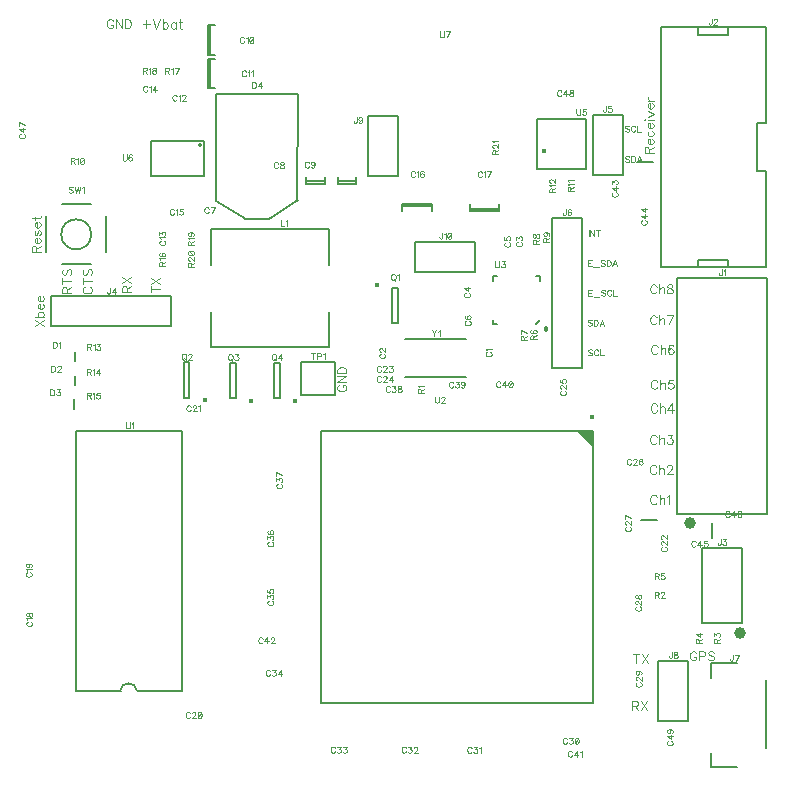
<source format=gto>
G04 DipTrace 2.3.1.0*
%INAutoPilot.GTO*%
%MOIN*%
%ADD10C,0.0059*%
%ADD11C,0.003*%
%ADD26O,0.0165X0.018*%
%ADD27C,0.008*%
%ADD40C,0.0394*%
%ADD50C,0.0154*%
%ADD52C,0.0164*%
%ADD57C,0.0158*%
%ADD59O,0.0138X0.0157*%
%ADD140C,0.0046*%
%FSLAX44Y44*%
G04*
G70*
G90*
G75*
G01*
%LNTopSilk*%
%LPD*%
X6728Y24088D2*
D10*
Y25072D1*
X6653Y24088D2*
Y25072D1*
Y24088D2*
X6889D1*
X6653Y25072D2*
X6889D1*
X6728Y22968D2*
Y23952D1*
X6653Y22968D2*
Y23952D1*
Y22968D2*
X6889D1*
X6653Y23952D2*
X6889D1*
X13145Y19050D2*
X14129D1*
X13145Y19124D2*
X14129D1*
X13145D2*
Y18888D1*
X14129Y19124D2*
Y18888D1*
X16372Y18960D2*
X15387D1*
X16372Y18886D2*
X15387D1*
X16372D2*
Y19121D1*
X15387Y18886D2*
Y19121D1*
X10560Y19863D2*
X9930D1*
X10560Y19788D2*
X9930D1*
X10560D2*
Y20024D1*
X9930Y19788D2*
Y20024D1*
X11610Y19863D2*
X10980D1*
X11610Y19788D2*
X10980D1*
X11610D2*
Y20024D1*
X10980Y19788D2*
Y20024D1*
X20971Y20494D2*
X21482D1*
X21102Y8566D2*
X21614D1*
X23463Y7979D2*
Y8491D1*
X2225Y14187D2*
Y13873D1*
X2215Y13387D2*
Y13073D1*
X2185Y12597D2*
Y12283D1*
X6917Y19204D2*
Y22786D1*
X9673D1*
X9634Y19204D1*
X7901Y18613D2*
X8689D1*
X7941D2*
X6917Y19204D1*
X8689Y18613D2*
X9673Y19243D1*
X22304Y8763D2*
X25296D1*
Y16637D1*
X22304D1*
Y8763D1*
D40*
X22737Y8488D3*
X23122Y5150D2*
D10*
X24476D1*
Y7650D1*
X23122D1*
Y5150D1*
D40*
X24389Y4825D3*
X1445Y16030D2*
D10*
Y15030D1*
X5445Y16030D2*
X1445D1*
X5445Y15030D2*
X1445D1*
X5445Y16030D2*
Y15030D1*
X19480Y20090D2*
X20480D1*
X19480Y22090D2*
Y20090D1*
Y22090D2*
X20480D1*
Y20090D1*
X22675Y3886D2*
X21675D1*
X22675Y1886D2*
Y3886D1*
Y1886D2*
X21675D1*
Y3886D1*
X24309Y332D2*
X23443D1*
Y805D1*
Y3324D2*
Y3797D1*
X24309D1*
X25254Y962D2*
Y3246D1*
X11980Y20060D2*
X12980D1*
X11980Y22060D2*
Y20060D1*
Y22060D2*
X12980D1*
Y20060D1*
X19134Y18643D2*
X18134D1*
X19134Y13643D2*
Y18643D1*
X18134Y13643D2*
Y18643D1*
X19134Y13643D2*
X18134D1*
X6747Y17092D2*
Y18274D1*
X10683D1*
Y17092D1*
Y15518D2*
Y14336D1*
X6747D1*
Y15518D1*
D50*
X6547Y12562D3*
X6046Y12654D2*
D10*
Y13835D1*
X5849D1*
Y12654D1*
X6046D1*
D50*
X8097Y12542D3*
X7596Y12634D2*
D10*
Y13815D1*
X7399D1*
Y12634D1*
X7596D1*
D50*
X9557Y12552D3*
X9056Y12644D2*
D10*
Y13825D1*
X8859D1*
Y12644D1*
X9056D1*
D50*
X12301Y16407D3*
X12803Y16315D2*
D10*
Y15134D1*
X13000D1*
Y16315D1*
X12803D1*
X1782Y19100D2*
D27*
X2770D1*
X3270Y18706D2*
Y17494D1*
X2758Y17100D2*
X1782D1*
X1270Y17494D2*
Y18706D1*
X1770Y18100D2*
G02X1770Y18100I500J0D01*
G01*
X9779Y13842D2*
D10*
X10881D1*
Y12739D2*
Y13842D1*
X9779Y12739D2*
X10881D1*
X9779D2*
Y13842D1*
X19490Y11531D2*
X10435D1*
Y2479D1*
X19490D1*
Y11531D1*
D52*
X19467Y12008D3*
G36*
X19490Y11531D2*
X18979D1*
X19490Y11020D1*
Y11531D1*
G37*
X5797Y2876D2*
D10*
Y11537D1*
X2254D1*
Y2876D1*
X3750D1*
X5797D2*
X4321D1*
X4301D2*
G03X3730Y2876I-285J-30D01*
G01*
X16301Y16697D2*
D27*
X16163D1*
Y16559D2*
Y16697D1*
X17600D2*
X17738D1*
Y16559D1*
X16163Y15260D2*
Y15122D1*
X16301D1*
X17600D2*
X17738Y15260D1*
X19279Y20287D2*
D10*
X17625D1*
Y21940D1*
X19279D1*
Y20287D1*
D57*
X17861Y20877D3*
X6531Y20032D2*
D10*
X4779D1*
Y21214D1*
X6531D1*
Y20032D1*
D59*
X6383Y21076D3*
X13228Y14603D2*
D10*
X15275D1*
X13228Y13343D2*
X15275D1*
X15577Y16859D2*
Y17859D1*
X13577Y16859D2*
X15577D1*
X13577D2*
Y17859D1*
X15577D1*
X24001Y17248D2*
Y17000D1*
X22999Y17248D2*
X24001D1*
X22999D2*
Y17000D1*
X24001Y25000D2*
Y24752D1*
X22999D2*
X24001D1*
X22999Y25000D2*
Y24752D1*
X21750Y17000D2*
X25250D1*
X21750Y25000D2*
X25250D1*
X21750D2*
Y17000D1*
X24949Y20200D2*
X25250D1*
X24949Y21800D2*
Y20200D1*
Y21800D2*
X25250D1*
Y20200D2*
Y17000D1*
Y25000D2*
Y21800D1*
D26*
X17918Y14930D3*
X16984Y17841D2*
D11*
X16965Y17832D1*
X16946Y17812D1*
X16937Y17793D1*
Y17755D1*
X16946Y17736D1*
X16965Y17717D1*
X16984Y17707D1*
X17013Y17698D1*
X17061D1*
X17090Y17707D1*
X17109Y17717D1*
X17128Y17736D1*
X17138Y17755D1*
Y17793D1*
X17128Y17812D1*
X17109Y17832D1*
X17090Y17841D1*
X16937Y17922D2*
Y18027D1*
X17013Y17970D1*
Y17999D1*
X17023Y18018D1*
X17032Y18027D1*
X17061Y18037D1*
X17080D1*
X17109Y18027D1*
X17128Y18008D1*
X17138Y17979D1*
Y17951D1*
X17128Y17922D1*
X17118Y17913D1*
X17099Y17903D1*
X15248Y16139D2*
X15229Y16130D1*
X15210Y16111D1*
X15201Y16092D1*
Y16053D1*
X15210Y16034D1*
X15229Y16015D1*
X15248Y16005D1*
X15277Y15996D1*
X15325D1*
X15354Y16005D1*
X15373Y16015D1*
X15392Y16034D1*
X15402Y16053D1*
Y16092D1*
X15392Y16111D1*
X15373Y16130D1*
X15354Y16139D1*
X15402Y16297D2*
X15201D1*
X15335Y16201D1*
Y16345D1*
X16593Y17832D2*
X16574Y17823D1*
X16555Y17803D1*
X16545Y17784D1*
Y17746D1*
X16555Y17727D1*
X16574Y17708D1*
X16593Y17698D1*
X16622Y17689D1*
X16670D1*
X16698Y17698D1*
X16718Y17708D1*
X16737Y17727D1*
X16746Y17746D1*
Y17784D1*
X16737Y17803D1*
X16718Y17823D1*
X16698Y17832D1*
X16546Y18009D2*
Y17913D1*
X16632Y17904D1*
X16622Y17913D1*
X16612Y17942D1*
Y17970D1*
X16622Y17999D1*
X16641Y18018D1*
X16670Y18028D1*
X16689D1*
X16718Y18018D1*
X16737Y17999D1*
X16746Y17970D1*
Y17942D1*
X16737Y17913D1*
X16727Y17904D1*
X16708Y17894D1*
X15264Y15212D2*
X15245Y15202D1*
X15226Y15183D1*
X15217Y15164D1*
Y15126D1*
X15226Y15106D1*
X15245Y15087D1*
X15264Y15078D1*
X15293Y15068D1*
X15341D1*
X15370Y15078D1*
X15389Y15087D1*
X15408Y15106D1*
X15418Y15126D1*
Y15164D1*
X15408Y15183D1*
X15389Y15202D1*
X15370Y15212D1*
X15245Y15388D2*
X15226Y15379D1*
X15217Y15350D1*
Y15331D1*
X15226Y15302D1*
X15255Y15283D1*
X15303Y15273D1*
X15351D1*
X15389Y15283D1*
X15408Y15302D1*
X15418Y15331D1*
Y15340D1*
X15408Y15369D1*
X15389Y15388D1*
X15360Y15398D1*
X15351D1*
X15322Y15388D1*
X15303Y15369D1*
X15293Y15340D1*
Y15331D1*
X15303Y15302D1*
X15322Y15283D1*
X15351Y15273D1*
X7870Y24637D2*
X7861Y24656D1*
X7841Y24675D1*
X7822Y24684D1*
X7784D1*
X7765Y24675D1*
X7746Y24656D1*
X7736Y24637D1*
X7727Y24608D1*
Y24560D1*
X7736Y24531D1*
X7746Y24512D1*
X7765Y24493D1*
X7784Y24483D1*
X7822D1*
X7841Y24493D1*
X7861Y24512D1*
X7870Y24531D1*
X7932Y24646D2*
X7951Y24656D1*
X7980Y24684D1*
Y24483D1*
X8099Y24684D2*
X8070Y24675D1*
X8051Y24646D1*
X8042Y24598D1*
Y24569D1*
X8051Y24522D1*
X8070Y24493D1*
X8099Y24483D1*
X8118D1*
X8147Y24493D1*
X8166Y24522D1*
X8176Y24569D1*
Y24598D1*
X8166Y24646D1*
X8147Y24675D1*
X8118Y24684D1*
X8099D1*
X8166Y24646D2*
X8051Y24522D1*
X7933Y23517D2*
X7924Y23536D1*
X7904Y23555D1*
X7885Y23564D1*
X7847D1*
X7828Y23555D1*
X7809Y23536D1*
X7799Y23517D1*
X7790Y23488D1*
Y23440D1*
X7799Y23411D1*
X7809Y23392D1*
X7828Y23373D1*
X7847Y23363D1*
X7885D1*
X7904Y23373D1*
X7924Y23392D1*
X7933Y23411D1*
X7995Y23526D2*
X8014Y23536D1*
X8043Y23564D1*
Y23363D1*
X8105Y23526D2*
X8124Y23536D1*
X8153Y23564D1*
Y23363D1*
X5621Y22708D2*
X5612Y22727D1*
X5593Y22747D1*
X5574Y22756D1*
X5535D1*
X5516Y22747D1*
X5497Y22727D1*
X5487Y22708D1*
X5478Y22680D1*
Y22632D1*
X5487Y22603D1*
X5497Y22584D1*
X5516Y22565D1*
X5535Y22555D1*
X5574D1*
X5593Y22565D1*
X5612Y22584D1*
X5621Y22603D1*
X5683Y22718D2*
X5702Y22727D1*
X5731Y22756D1*
Y22555D1*
X5803Y22708D2*
Y22718D1*
X5812Y22737D1*
X5822Y22746D1*
X5841Y22756D1*
X5879D1*
X5898Y22746D1*
X5908Y22737D1*
X5917Y22718D1*
Y22699D1*
X5908Y22679D1*
X5889Y22651D1*
X5793Y22555D1*
X5927D1*
X4642Y23008D2*
X4632Y23027D1*
X4613Y23047D1*
X4594Y23056D1*
X4556D1*
X4537Y23047D1*
X4518Y23027D1*
X4508Y23008D1*
X4498Y22980D1*
Y22932D1*
X4508Y22903D1*
X4518Y22884D1*
X4537Y22865D1*
X4556Y22855D1*
X4594D1*
X4613Y22865D1*
X4632Y22884D1*
X4642Y22903D1*
X4704Y23018D2*
X4723Y23027D1*
X4752Y23056D1*
Y22855D1*
X4909D2*
Y23056D1*
X4813Y22922D1*
X4957D1*
X6686Y18958D2*
X6677Y18977D1*
X6657Y18997D1*
X6638Y19006D1*
X6600D1*
X6581Y18997D1*
X6562Y18977D1*
X6552Y18958D1*
X6543Y18930D1*
Y18882D1*
X6552Y18853D1*
X6562Y18834D1*
X6581Y18815D1*
X6600Y18805D1*
X6638D1*
X6657Y18815D1*
X6677Y18834D1*
X6686Y18853D1*
X6786Y18805D2*
X6882Y19006D1*
X6748D1*
X13561Y20158D2*
X13551Y20177D1*
X13532Y20196D1*
X13513Y20205D1*
X13475D1*
X13455Y20196D1*
X13436Y20177D1*
X13427Y20158D1*
X13417Y20129D1*
Y20081D1*
X13427Y20052D1*
X13436Y20033D1*
X13455Y20014D1*
X13475Y20004D1*
X13513D1*
X13532Y20014D1*
X13551Y20033D1*
X13561Y20052D1*
X13622Y20167D2*
X13642Y20177D1*
X13670Y20205D1*
Y20004D1*
X13847Y20177D2*
X13837Y20196D1*
X13809Y20205D1*
X13790D1*
X13761Y20196D1*
X13742Y20167D1*
X13732Y20119D1*
Y20071D1*
X13742Y20033D1*
X13761Y20014D1*
X13790Y20004D1*
X13799D1*
X13828Y20014D1*
X13847Y20033D1*
X13856Y20062D1*
Y20071D1*
X13847Y20100D1*
X13828Y20119D1*
X13799Y20129D1*
X13790D1*
X13761Y20119D1*
X13742Y20100D1*
X13732Y20071D1*
X5092Y17887D2*
X5073Y17877D1*
X5053Y17858D1*
X5044Y17839D1*
Y17801D1*
X5053Y17781D1*
X5073Y17762D1*
X5092Y17753D1*
X5120Y17743D1*
X5168D1*
X5197Y17753D1*
X5216Y17762D1*
X5235Y17781D1*
X5245Y17801D1*
Y17839D1*
X5235Y17858D1*
X5216Y17877D1*
X5197Y17887D1*
X5082Y17948D2*
X5073Y17968D1*
X5044Y17996D1*
X5245D1*
X5044Y18077D2*
Y18182D1*
X5121Y18125D1*
Y18154D1*
X5130Y18173D1*
X5140Y18182D1*
X5168Y18192D1*
X5187D1*
X5216Y18182D1*
X5235Y18163D1*
X5245Y18135D1*
Y18106D1*
X5235Y18077D1*
X5226Y18068D1*
X5207Y18058D1*
X5531Y18908D2*
X5522Y18927D1*
X5503Y18947D1*
X5484Y18956D1*
X5445D1*
X5426Y18947D1*
X5407Y18927D1*
X5397Y18908D1*
X5388Y18880D1*
Y18832D1*
X5397Y18803D1*
X5407Y18784D1*
X5426Y18765D1*
X5445Y18755D1*
X5484D1*
X5503Y18765D1*
X5522Y18784D1*
X5531Y18803D1*
X5593Y18918D2*
X5612Y18927D1*
X5641Y18956D1*
Y18755D1*
X5818Y18956D2*
X5722D1*
X5713Y18870D1*
X5722Y18879D1*
X5751Y18889D1*
X5779D1*
X5808Y18879D1*
X5827Y18860D1*
X5837Y18832D1*
Y18813D1*
X5827Y18784D1*
X5808Y18765D1*
X5779Y18755D1*
X5751D1*
X5722Y18765D1*
X5713Y18774D1*
X5703Y18793D1*
X15799Y20155D2*
X15789Y20174D1*
X15770Y20193D1*
X15751Y20203D1*
X15713D1*
X15693Y20193D1*
X15674Y20174D1*
X15665Y20155D1*
X15655Y20126D1*
Y20078D1*
X15665Y20050D1*
X15674Y20030D1*
X15693Y20011D1*
X15713Y20002D1*
X15751D1*
X15770Y20011D1*
X15789Y20030D1*
X15799Y20050D1*
X15860Y20164D2*
X15880Y20174D1*
X15908Y20202D1*
Y20002D1*
X16008D2*
X16104Y20202D1*
X15970D1*
X8999Y20457D2*
X8989Y20476D1*
X8970Y20496D1*
X8951Y20505D1*
X8913D1*
X8894Y20496D1*
X8875Y20476D1*
X8865Y20457D1*
X8856Y20429D1*
Y20381D1*
X8865Y20352D1*
X8875Y20333D1*
X8894Y20314D1*
X8913Y20304D1*
X8951D1*
X8970Y20314D1*
X8989Y20333D1*
X8999Y20352D1*
X9108Y20505D2*
X9080Y20495D1*
X9070Y20476D1*
Y20457D1*
X9080Y20438D1*
X9099Y20429D1*
X9137Y20419D1*
X9166Y20409D1*
X9185Y20390D1*
X9194Y20371D1*
Y20343D1*
X9185Y20323D1*
X9175Y20314D1*
X9147Y20304D1*
X9108D1*
X9080Y20314D1*
X9070Y20323D1*
X9061Y20343D1*
Y20371D1*
X9070Y20390D1*
X9089Y20409D1*
X9118Y20419D1*
X9156Y20429D1*
X9175Y20438D1*
X9185Y20457D1*
Y20476D1*
X9175Y20495D1*
X9147Y20505D1*
X9108D1*
X15963Y14175D2*
X15944Y14166D1*
X15925Y14146D1*
X15915Y14127D1*
Y14089D1*
X15925Y14070D1*
X15944Y14051D1*
X15963Y14041D1*
X15992Y14032D1*
X16040D1*
X16068Y14041D1*
X16088Y14051D1*
X16107Y14070D1*
X16116Y14089D1*
Y14127D1*
X16107Y14146D1*
X16088Y14166D1*
X16068Y14175D1*
X15954Y14237D2*
X15944Y14256D1*
X15916Y14285D1*
X16116D1*
X10034Y20477D2*
X10024Y20496D1*
X10005Y20516D1*
X9986Y20525D1*
X9948D1*
X9928Y20516D1*
X9909Y20496D1*
X9900Y20477D1*
X9890Y20449D1*
Y20401D1*
X9900Y20372D1*
X9909Y20353D1*
X9928Y20334D1*
X9948Y20324D1*
X9986D1*
X10005Y20334D1*
X10024Y20353D1*
X10034Y20372D1*
X10220Y20458D2*
X10210Y20429D1*
X10191Y20410D1*
X10162Y20401D1*
X10153D1*
X10124Y20410D1*
X10105Y20429D1*
X10095Y20458D1*
Y20468D1*
X10105Y20496D1*
X10124Y20515D1*
X10153Y20525D1*
X10162D1*
X10191Y20515D1*
X10210Y20496D1*
X10220Y20458D1*
Y20410D1*
X10210Y20363D1*
X10191Y20334D1*
X10162Y20324D1*
X10143D1*
X10115Y20334D1*
X10105Y20353D1*
X655Y5188D2*
X636Y5178D1*
X616Y5159D1*
X607Y5140D1*
Y5102D1*
X616Y5082D1*
X636Y5063D1*
X655Y5054D1*
X683Y5044D1*
X731D1*
X760Y5054D1*
X779Y5063D1*
X798Y5082D1*
X808Y5102D1*
Y5140D1*
X798Y5159D1*
X779Y5178D1*
X760Y5188D1*
X645Y5249D2*
X636Y5269D1*
X607Y5297D1*
X808D1*
X607Y5407D2*
X617Y5378D1*
X636Y5369D1*
X655D1*
X674Y5378D1*
X684Y5397D1*
X693Y5436D1*
X703Y5464D1*
X722Y5483D1*
X741Y5493D1*
X770D1*
X789Y5483D1*
X798Y5474D1*
X808Y5445D1*
Y5407D1*
X798Y5378D1*
X789Y5369D1*
X770Y5359D1*
X741D1*
X722Y5369D1*
X703Y5388D1*
X693Y5416D1*
X684Y5455D1*
X674Y5474D1*
X655Y5483D1*
X636D1*
X617Y5474D1*
X607Y5445D1*
Y5407D1*
X633Y6830D2*
X614Y6820D1*
X595Y6801D1*
X585Y6782D1*
Y6744D1*
X595Y6725D1*
X614Y6706D1*
X633Y6696D1*
X662Y6686D1*
X710D1*
X738Y6696D1*
X758Y6706D1*
X777Y6725D1*
X786Y6744D1*
Y6782D1*
X777Y6801D1*
X758Y6820D1*
X738Y6830D1*
X624Y6892D2*
X614Y6911D1*
X586Y6940D1*
X786D1*
X652Y7126D2*
X681Y7116D1*
X700Y7097D1*
X710Y7068D1*
Y7059D1*
X700Y7030D1*
X681Y7011D1*
X652Y7001D1*
X643D1*
X614Y7011D1*
X595Y7030D1*
X586Y7059D1*
Y7068D1*
X595Y7097D1*
X614Y7116D1*
X652Y7126D1*
X700D1*
X748Y7116D1*
X777Y7097D1*
X786Y7068D1*
Y7049D1*
X777Y7021D1*
X758Y7011D1*
X20162Y19498D2*
X20143Y19489D1*
X20124Y19469D1*
X20114Y19450D1*
Y19412D1*
X20124Y19393D1*
X20143Y19374D1*
X20162Y19364D1*
X20191Y19355D1*
X20239D1*
X20267Y19364D1*
X20286Y19374D1*
X20305Y19393D1*
X20315Y19412D1*
Y19450D1*
X20305Y19469D1*
X20286Y19489D1*
X20267Y19498D1*
X20315Y19656D2*
X20114D1*
X20248Y19560D1*
Y19703D1*
X20114Y19784D2*
Y19889D1*
X20191Y19832D1*
Y19861D1*
X20200Y19880D1*
X20210Y19889D1*
X20239Y19899D1*
X20258D1*
X20286Y19889D1*
X20306Y19870D1*
X20315Y19842D1*
Y19813D1*
X20306Y19784D1*
X20296Y19775D1*
X20277Y19765D1*
X6058Y2132D2*
X6048Y2151D1*
X6029Y2170D1*
X6010Y2179D1*
X5972D1*
X5952Y2170D1*
X5933Y2151D1*
X5924Y2132D1*
X5914Y2103D1*
Y2055D1*
X5924Y2026D1*
X5933Y2007D1*
X5952Y1988D1*
X5972Y1978D1*
X6010D1*
X6029Y1988D1*
X6048Y2007D1*
X6058Y2026D1*
X6129Y2131D2*
Y2141D1*
X6139Y2160D1*
X6148Y2170D1*
X6167Y2179D1*
X6206D1*
X6225Y2170D1*
X6234Y2160D1*
X6244Y2141D1*
Y2122D1*
X6234Y2103D1*
X6215Y2074D1*
X6119Y1978D1*
X6253D1*
X6373Y2179D2*
X6344Y2170D1*
X6325Y2141D1*
X6315Y2093D1*
Y2064D1*
X6325Y2017D1*
X6344Y1988D1*
X6373Y1978D1*
X6392D1*
X6420Y1988D1*
X6439Y2017D1*
X6449Y2064D1*
Y2093D1*
X6439Y2141D1*
X6420Y2170D1*
X6392Y2179D1*
X6373D1*
X6439Y2141D2*
X6325Y2017D1*
X6088Y12355D2*
X6078Y12374D1*
X6059Y12393D1*
X6040Y12402D1*
X6002D1*
X5982Y12393D1*
X5963Y12374D1*
X5954Y12355D1*
X5944Y12326D1*
Y12278D1*
X5954Y12249D1*
X5963Y12230D1*
X5982Y12211D1*
X6002Y12201D1*
X6040D1*
X6059Y12211D1*
X6078Y12230D1*
X6088Y12249D1*
X6159Y12354D2*
Y12364D1*
X6169Y12383D1*
X6178Y12393D1*
X6197Y12402D1*
X6236D1*
X6255Y12393D1*
X6264Y12383D1*
X6274Y12364D1*
Y12345D1*
X6264Y12326D1*
X6245Y12297D1*
X6149Y12201D1*
X6283D1*
X6345Y12364D2*
X6364Y12374D1*
X6393Y12402D1*
Y12201D1*
X21137Y18569D2*
X21118Y18559D1*
X21099Y18540D1*
X21090Y18521D1*
Y18483D1*
X21099Y18464D1*
X21118Y18445D1*
X21137Y18435D1*
X21166Y18425D1*
X21214D1*
X21243Y18435D1*
X21262Y18445D1*
X21281Y18464D1*
X21291Y18483D1*
Y18521D1*
X21281Y18540D1*
X21262Y18559D1*
X21243Y18569D1*
X21291Y18726D2*
X21090D1*
X21224Y18631D1*
Y18774D1*
X21291Y18932D2*
X21090D1*
X21224Y18836D1*
Y18979D1*
X18799Y841D2*
X18790Y860D1*
X18771Y879D1*
X18752Y889D1*
X18713D1*
X18694Y879D1*
X18675Y860D1*
X18665Y841D1*
X18656Y812D1*
Y764D1*
X18665Y736D1*
X18675Y716D1*
X18694Y697D1*
X18713Y688D1*
X18752D1*
X18771Y697D1*
X18790Y716D1*
X18799Y736D1*
X18957Y688D2*
Y888D1*
X18861Y755D1*
X19005D1*
X19066Y850D2*
X19085Y860D1*
X19114Y888D1*
Y688D1*
X8482Y4615D2*
X8472Y4634D1*
X8453Y4653D1*
X8434Y4663D1*
X8396D1*
X8377Y4653D1*
X8358Y4634D1*
X8348Y4615D1*
X8338Y4586D1*
Y4538D1*
X8348Y4510D1*
X8358Y4491D1*
X8377Y4472D1*
X8396Y4462D1*
X8434D1*
X8453Y4472D1*
X8472Y4491D1*
X8482Y4510D1*
X8639Y4462D2*
Y4663D1*
X8544Y4529D1*
X8687D1*
X8759Y4615D2*
Y4624D1*
X8768Y4644D1*
X8778Y4653D1*
X8797Y4663D1*
X8835D1*
X8854Y4653D1*
X8864Y4644D1*
X8873Y4624D1*
Y4605D1*
X8864Y4586D1*
X8845Y4558D1*
X8749Y4462D1*
X8883D1*
X21805Y7683D2*
X21786Y7673D1*
X21767Y7654D1*
X21757Y7635D1*
Y7597D1*
X21767Y7578D1*
X21786Y7559D1*
X21805Y7549D1*
X21834Y7539D1*
X21882D1*
X21910Y7549D1*
X21930Y7559D1*
X21949Y7578D1*
X21958Y7597D1*
Y7635D1*
X21949Y7654D1*
X21930Y7673D1*
X21910Y7683D1*
X21805Y7754D2*
X21796D1*
X21777Y7764D1*
X21767Y7773D1*
X21758Y7792D1*
Y7831D1*
X21767Y7850D1*
X21777Y7859D1*
X21796Y7869D1*
X21815D1*
X21834Y7859D1*
X21863Y7840D1*
X21958Y7745D1*
Y7878D1*
X21805Y7950D2*
X21796D1*
X21777Y7959D1*
X21767Y7969D1*
X21758Y7988D1*
Y8026D1*
X21767Y8045D1*
X21777Y8055D1*
X21796Y8065D1*
X21815D1*
X21834Y8055D1*
X21863Y8036D1*
X21958Y7940D1*
Y8074D1*
X22914Y7843D2*
X22904Y7862D1*
X22885Y7881D1*
X22866Y7890D1*
X22828D1*
X22809Y7881D1*
X22790Y7862D1*
X22780Y7843D1*
X22770Y7814D1*
Y7766D1*
X22780Y7737D1*
X22790Y7718D1*
X22809Y7699D1*
X22828Y7689D1*
X22866D1*
X22885Y7699D1*
X22904Y7718D1*
X22914Y7737D1*
X23071Y7689D2*
Y7890D1*
X22976Y7756D1*
X23119D1*
X23295Y7890D2*
X23200D1*
X23190Y7804D1*
X23200Y7814D1*
X23229Y7823D1*
X23257D1*
X23286Y7814D1*
X23305Y7795D1*
X23315Y7766D1*
Y7747D1*
X23305Y7718D1*
X23286Y7699D1*
X23257Y7689D1*
X23229D1*
X23200Y7699D1*
X23190Y7709D1*
X23181Y7728D1*
X12431Y13669D2*
X12422Y13688D1*
X12402Y13707D1*
X12383Y13717D1*
X12345D1*
X12326Y13707D1*
X12307Y13688D1*
X12297Y13669D1*
X12288Y13640D1*
Y13592D1*
X12297Y13564D1*
X12307Y13545D1*
X12326Y13526D1*
X12345Y13516D1*
X12383D1*
X12402Y13526D1*
X12422Y13545D1*
X12431Y13564D1*
X12503Y13669D2*
Y13678D1*
X12512Y13698D1*
X12522Y13707D1*
X12541Y13717D1*
X12579D1*
X12598Y13707D1*
X12608Y13698D1*
X12617Y13678D1*
Y13659D1*
X12608Y13640D1*
X12589Y13612D1*
X12493Y13516D1*
X12627D1*
X12708Y13717D2*
X12813D1*
X12756Y13640D1*
X12784D1*
X12803Y13631D1*
X12813Y13621D1*
X12823Y13592D1*
Y13573D1*
X12813Y13545D1*
X12794Y13525D1*
X12765Y13516D1*
X12736D1*
X12708Y13525D1*
X12698Y13535D1*
X12689Y13554D1*
X24051Y8824D2*
X24041Y8843D1*
X24022Y8862D1*
X24003Y8872D1*
X23965D1*
X23946Y8862D1*
X23926Y8843D1*
X23917Y8824D1*
X23907Y8795D1*
Y8747D1*
X23917Y8719D1*
X23926Y8700D1*
X23946Y8681D1*
X23965Y8671D1*
X24003D1*
X24022Y8681D1*
X24041Y8700D1*
X24051Y8719D1*
X24208Y8671D2*
Y8872D1*
X24112Y8738D1*
X24256D1*
X24432Y8843D2*
X24423Y8862D1*
X24394Y8872D1*
X24375D1*
X24346Y8862D1*
X24327Y8833D1*
X24318Y8786D1*
Y8738D1*
X24327Y8700D1*
X24346Y8680D1*
X24375Y8671D1*
X24385D1*
X24413Y8680D1*
X24432Y8700D1*
X24442Y8728D1*
Y8738D1*
X24432Y8767D1*
X24413Y8786D1*
X24385Y8795D1*
X24375D1*
X24346Y8786D1*
X24327Y8767D1*
X24318Y8738D1*
X12426Y13328D2*
X12417Y13347D1*
X12398Y13366D1*
X12379Y13376D1*
X12340D1*
X12321Y13366D1*
X12302Y13347D1*
X12292Y13328D1*
X12283Y13299D1*
Y13251D1*
X12292Y13223D1*
X12302Y13203D1*
X12321Y13184D1*
X12340Y13175D1*
X12379D1*
X12398Y13184D1*
X12417Y13203D1*
X12426Y13223D1*
X12498Y13328D2*
Y13337D1*
X12507Y13356D1*
X12517Y13366D1*
X12536Y13375D1*
X12574D1*
X12593Y13366D1*
X12603Y13356D1*
X12613Y13337D1*
Y13318D1*
X12603Y13299D1*
X12584Y13270D1*
X12488Y13175D1*
X12622D1*
X12780D2*
Y13375D1*
X12684Y13242D1*
X12827D1*
X18442Y12888D2*
X18423Y12878D1*
X18404Y12859D1*
X18395Y12840D1*
Y12802D1*
X18404Y12782D1*
X18423Y12763D1*
X18442Y12754D1*
X18471Y12744D1*
X18519D1*
X18548Y12754D1*
X18567Y12763D1*
X18586Y12782D1*
X18595Y12802D1*
Y12840D1*
X18586Y12859D1*
X18567Y12878D1*
X18548Y12888D1*
X18442Y12959D2*
X18433D1*
X18414Y12969D1*
X18404Y12978D1*
X18395Y12997D1*
Y13036D1*
X18404Y13055D1*
X18414Y13064D1*
X18433Y13074D1*
X18452D1*
X18471Y13064D1*
X18500Y13045D1*
X18595Y12949D1*
Y13083D1*
X18395Y13260D2*
Y13164D1*
X18481Y13155D1*
X18471Y13164D1*
X18462Y13193D1*
Y13222D1*
X18471Y13250D1*
X18490Y13270D1*
X18519Y13279D1*
X18538D1*
X18567Y13270D1*
X18586Y13250D1*
X18595Y13222D1*
Y13193D1*
X18586Y13164D1*
X18576Y13155D1*
X18557Y13145D1*
X20768Y10573D2*
X20759Y10592D1*
X20740Y10611D1*
X20721Y10620D1*
X20682D1*
X20663Y10611D1*
X20644Y10592D1*
X20634Y10573D1*
X20625Y10544D1*
Y10496D1*
X20634Y10467D1*
X20644Y10448D1*
X20663Y10429D1*
X20682Y10419D1*
X20721D1*
X20740Y10429D1*
X20759Y10448D1*
X20768Y10467D1*
X20840Y10572D2*
Y10582D1*
X20849Y10601D1*
X20859Y10611D1*
X20878Y10620D1*
X20916D1*
X20935Y10611D1*
X20945Y10601D1*
X20955Y10582D1*
Y10563D1*
X20945Y10544D1*
X20926Y10515D1*
X20830Y10419D1*
X20964D1*
X21141Y10592D2*
X21131Y10611D1*
X21102Y10620D1*
X21083D1*
X21055Y10611D1*
X21035Y10582D1*
X21026Y10534D1*
Y10486D1*
X21035Y10448D1*
X21055Y10429D1*
X21083Y10419D1*
X21093D1*
X21121Y10429D1*
X21141Y10448D1*
X21150Y10477D1*
Y10486D1*
X21141Y10515D1*
X21121Y10534D1*
X21093Y10544D1*
X21083D1*
X21055Y10534D1*
X21035Y10515D1*
X21026Y10486D1*
X417Y21444D2*
X398Y21434D1*
X378Y21415D1*
X369Y21396D1*
Y21358D1*
X378Y21338D1*
X398Y21319D1*
X417Y21310D1*
X445Y21300D1*
X493D1*
X522Y21310D1*
X541Y21319D1*
X560Y21338D1*
X570Y21358D1*
Y21396D1*
X560Y21415D1*
X541Y21434D1*
X522Y21444D1*
X570Y21601D2*
X369D1*
X503Y21505D1*
Y21649D1*
X570Y21749D2*
X369Y21845D1*
Y21711D1*
X20611Y8353D2*
X20592Y8343D1*
X20572Y8324D1*
X20563Y8305D1*
Y8267D1*
X20572Y8247D1*
X20592Y8228D1*
X20611Y8219D1*
X20639Y8209D1*
X20687D1*
X20716Y8219D1*
X20735Y8228D1*
X20754Y8247D1*
X20764Y8267D1*
Y8305D1*
X20754Y8324D1*
X20735Y8343D1*
X20716Y8353D1*
X20611Y8424D2*
X20601D1*
X20582Y8434D1*
X20573Y8443D1*
X20563Y8462D1*
Y8501D1*
X20573Y8520D1*
X20582Y8529D1*
X20601Y8539D1*
X20620D1*
X20640Y8529D1*
X20668Y8510D1*
X20764Y8414D1*
Y8548D1*
Y8648D2*
X20563Y8744D1*
Y8610D1*
X20952Y5697D2*
X20933Y5688D1*
X20914Y5668D1*
X20905Y5649D1*
Y5611D1*
X20914Y5592D1*
X20933Y5573D1*
X20952Y5563D1*
X20981Y5554D1*
X21029D1*
X21058Y5563D1*
X21077Y5573D1*
X21096Y5592D1*
X21106Y5611D1*
Y5649D1*
X21096Y5668D1*
X21077Y5688D1*
X21058Y5697D1*
X20953Y5769D2*
X20943D1*
X20924Y5778D1*
X20914Y5788D1*
X20905Y5807D1*
Y5845D1*
X20914Y5864D1*
X20924Y5874D1*
X20943Y5883D1*
X20962D1*
X20981Y5874D1*
X21010Y5855D1*
X21106Y5759D1*
Y5893D1*
X20905Y6002D2*
X20914Y5974D1*
X20933Y5964D1*
X20953D1*
X20972Y5974D1*
X20981Y5993D1*
X20991Y6031D1*
X21000Y6060D1*
X21020Y6079D1*
X21039Y6088D1*
X21067D1*
X21086Y6079D1*
X21096Y6069D1*
X21106Y6041D1*
Y6002D1*
X21096Y5974D1*
X21086Y5964D1*
X21067Y5955D1*
X21039D1*
X21020Y5964D1*
X21000Y5983D1*
X20991Y6012D1*
X20981Y6050D1*
X20972Y6069D1*
X20953Y6079D1*
X20933D1*
X20914Y6069D1*
X20905Y6041D1*
Y6002D1*
X20961Y3162D2*
X20942Y3152D1*
X20923Y3133D1*
X20913Y3114D1*
Y3076D1*
X20923Y3057D1*
X20942Y3038D1*
X20961Y3028D1*
X20990Y3018D1*
X21038D1*
X21066Y3028D1*
X21085Y3038D1*
X21104Y3057D1*
X21114Y3076D1*
Y3114D1*
X21104Y3133D1*
X21085Y3152D1*
X21066Y3162D1*
X20961Y3233D2*
X20952D1*
X20932Y3243D1*
X20923Y3252D1*
X20913Y3272D1*
Y3310D1*
X20923Y3329D1*
X20932Y3338D1*
X20952Y3348D1*
X20971D1*
X20990Y3338D1*
X21018Y3319D1*
X21114Y3224D1*
Y3358D1*
X20980Y3544D2*
X21009Y3534D1*
X21028Y3515D1*
X21038Y3486D1*
Y3477D1*
X21028Y3448D1*
X21009Y3429D1*
X20980Y3419D1*
X20971D1*
X20942Y3429D1*
X20923Y3448D1*
X20913Y3477D1*
Y3486D1*
X20923Y3515D1*
X20942Y3534D1*
X20980Y3544D1*
X21028D1*
X21076Y3534D1*
X21105Y3515D1*
X21114Y3486D1*
Y3467D1*
X21105Y3439D1*
X21085Y3429D1*
X18630Y1274D2*
X18621Y1293D1*
X18601Y1312D1*
X18582Y1322D1*
X18544D1*
X18525Y1312D1*
X18506Y1293D1*
X18496Y1274D1*
X18487Y1245D1*
Y1197D1*
X18496Y1169D1*
X18506Y1149D1*
X18525Y1130D1*
X18544Y1121D1*
X18582D1*
X18601Y1130D1*
X18621Y1149D1*
X18630Y1169D1*
X18711Y1321D2*
X18816D1*
X18759Y1245D1*
X18788D1*
X18807Y1235D1*
X18816Y1226D1*
X18826Y1197D1*
Y1178D1*
X18816Y1149D1*
X18797Y1130D1*
X18768Y1121D1*
X18740D1*
X18711Y1130D1*
X18702Y1140D1*
X18692Y1159D1*
X18945Y1321D2*
X18916Y1312D1*
X18897Y1283D1*
X18888Y1235D1*
Y1207D1*
X18897Y1159D1*
X18916Y1130D1*
X18945Y1121D1*
X18964D1*
X18993Y1130D1*
X19012Y1159D1*
X19022Y1207D1*
Y1235D1*
X19012Y1283D1*
X18993Y1312D1*
X18964Y1321D1*
X18945D1*
X19012Y1283D2*
X18897Y1159D1*
X18442Y22859D2*
X18433Y22878D1*
X18413Y22897D1*
X18394Y22906D1*
X18356D1*
X18337Y22897D1*
X18318Y22878D1*
X18308Y22859D1*
X18299Y22830D1*
Y22782D1*
X18308Y22753D1*
X18318Y22734D1*
X18337Y22715D1*
X18356Y22706D1*
X18394D1*
X18413Y22715D1*
X18433Y22734D1*
X18442Y22753D1*
X18600Y22706D2*
Y22906D1*
X18504Y22772D1*
X18647D1*
X18757Y22906D2*
X18728Y22897D1*
X18719Y22878D1*
Y22858D1*
X18728Y22839D1*
X18747Y22830D1*
X18786Y22820D1*
X18814Y22811D1*
X18833Y22792D1*
X18843Y22772D1*
Y22744D1*
X18833Y22725D1*
X18824Y22715D1*
X18795Y22706D1*
X18757D1*
X18728Y22715D1*
X18719Y22725D1*
X18709Y22744D1*
Y22772D1*
X18719Y22792D1*
X18738Y22811D1*
X18766Y22820D1*
X18805Y22830D1*
X18824Y22839D1*
X18833Y22858D1*
Y22878D1*
X18824Y22897D1*
X18795Y22906D1*
X18757D1*
X15450Y969D2*
X15441Y988D1*
X15421Y1008D1*
X15402Y1017D1*
X15364D1*
X15345Y1008D1*
X15326Y988D1*
X15316Y969D1*
X15307Y941D1*
Y893D1*
X15316Y864D1*
X15326Y845D1*
X15345Y826D1*
X15364Y816D1*
X15402D1*
X15421Y826D1*
X15441Y845D1*
X15450Y864D1*
X15531Y1017D2*
X15636D1*
X15579Y940D1*
X15608D1*
X15627Y931D1*
X15636Y921D1*
X15646Y893D1*
Y874D1*
X15636Y845D1*
X15617Y826D1*
X15588Y816D1*
X15560D1*
X15531Y826D1*
X15522Y835D1*
X15512Y854D1*
X15708Y979D2*
X15727Y988D1*
X15755Y1017D1*
Y816D1*
X13260Y975D2*
X13250Y994D1*
X13231Y1014D1*
X13212Y1023D1*
X13174D1*
X13155Y1014D1*
X13136Y994D1*
X13126Y975D1*
X13117Y947D1*
Y899D1*
X13126Y870D1*
X13136Y851D1*
X13155Y832D1*
X13174Y822D1*
X13212D1*
X13231Y832D1*
X13250Y851D1*
X13260Y870D1*
X13341Y1023D2*
X13446D1*
X13389Y946D1*
X13417D1*
X13436Y937D1*
X13446Y927D1*
X13456Y899D1*
Y880D1*
X13446Y851D1*
X13427Y832D1*
X13398Y822D1*
X13369D1*
X13341Y832D1*
X13331Y841D1*
X13322Y860D1*
X13527Y975D2*
Y985D1*
X13537Y1004D1*
X13546Y1013D1*
X13565Y1023D1*
X13604D1*
X13623Y1013D1*
X13632Y1004D1*
X13642Y985D1*
Y966D1*
X13632Y946D1*
X13613Y918D1*
X13517Y822D1*
X13651D1*
X10898Y975D2*
X10889Y994D1*
X10869Y1014D1*
X10850Y1023D1*
X10812D1*
X10793Y1014D1*
X10774Y994D1*
X10764Y975D1*
X10755Y947D1*
Y899D1*
X10764Y870D1*
X10774Y851D1*
X10793Y832D1*
X10812Y822D1*
X10850D1*
X10869Y832D1*
X10889Y851D1*
X10898Y870D1*
X10979Y1023D2*
X11084D1*
X11027Y946D1*
X11056D1*
X11075Y937D1*
X11084Y927D1*
X11094Y899D1*
Y880D1*
X11084Y851D1*
X11065Y832D1*
X11036Y822D1*
X11008D1*
X10979Y832D1*
X10970Y841D1*
X10960Y860D1*
X11175Y1023D2*
X11280D1*
X11223Y946D1*
X11251D1*
X11270Y937D1*
X11280Y927D1*
X11290Y899D1*
Y880D1*
X11280Y851D1*
X11261Y832D1*
X11232Y822D1*
X11203D1*
X11175Y832D1*
X11165Y841D1*
X11156Y860D1*
X8731Y3539D2*
X8722Y3558D1*
X8702Y3578D1*
X8683Y3587D1*
X8645D1*
X8626Y3578D1*
X8607Y3558D1*
X8597Y3539D1*
X8588Y3511D1*
Y3463D1*
X8597Y3434D1*
X8607Y3415D1*
X8626Y3396D1*
X8645Y3386D1*
X8683D1*
X8702Y3396D1*
X8722Y3415D1*
X8731Y3434D1*
X8812Y3587D2*
X8917D1*
X8860Y3510D1*
X8889D1*
X8908Y3501D1*
X8917Y3491D1*
X8927Y3463D1*
Y3444D1*
X8917Y3415D1*
X8898Y3396D1*
X8869Y3386D1*
X8841D1*
X8812Y3396D1*
X8803Y3405D1*
X8793Y3424D1*
X9084Y3386D2*
Y3587D1*
X8989Y3453D1*
X9132D1*
X22002Y1206D2*
X21983Y1197D1*
X21963Y1177D1*
X21954Y1158D1*
Y1120D1*
X21963Y1101D1*
X21983Y1082D1*
X22002Y1072D1*
X22030Y1063D1*
X22078D1*
X22107Y1072D1*
X22126Y1082D1*
X22145Y1101D1*
X22155Y1120D1*
Y1158D1*
X22145Y1177D1*
X22126Y1197D1*
X22107Y1206D1*
X22155Y1363D2*
X21954D1*
X22088Y1268D1*
Y1411D1*
X22021Y1597D2*
X22050Y1588D1*
X22069Y1569D1*
X22078Y1540D1*
Y1530D1*
X22069Y1502D1*
X22050Y1483D1*
X22021Y1473D1*
X22011D1*
X21983Y1483D1*
X21964Y1502D1*
X21954Y1530D1*
Y1540D1*
X21964Y1569D1*
X21983Y1588D1*
X22021Y1597D1*
X22069D1*
X22117Y1588D1*
X22145Y1569D1*
X22155Y1540D1*
Y1521D1*
X22145Y1492D1*
X22126Y1483D1*
X8688Y5887D2*
X8669Y5878D1*
X8650Y5858D1*
X8640Y5839D1*
Y5801D1*
X8650Y5782D1*
X8669Y5763D1*
X8688Y5753D1*
X8717Y5744D1*
X8765D1*
X8793Y5753D1*
X8813Y5763D1*
X8832Y5782D1*
X8841Y5801D1*
Y5839D1*
X8832Y5858D1*
X8813Y5878D1*
X8793Y5887D1*
X8641Y5968D2*
Y6073D1*
X8717Y6016D1*
Y6045D1*
X8727Y6064D1*
X8736Y6073D1*
X8765Y6083D1*
X8784D1*
X8813Y6073D1*
X8832Y6054D1*
X8841Y6025D1*
Y5997D1*
X8832Y5968D1*
X8822Y5959D1*
X8803Y5949D1*
X8641Y6259D2*
Y6164D1*
X8727Y6154D1*
X8717Y6164D1*
X8707Y6193D1*
Y6221D1*
X8717Y6250D1*
X8736Y6269D1*
X8765Y6279D1*
X8784D1*
X8813Y6269D1*
X8832Y6250D1*
X8841Y6221D1*
Y6193D1*
X8832Y6164D1*
X8822Y6154D1*
X8803Y6145D1*
X8688Y7848D2*
X8669Y7838D1*
X8650Y7819D1*
X8640Y7800D1*
Y7762D1*
X8650Y7743D1*
X8669Y7724D1*
X8688Y7714D1*
X8717Y7704D1*
X8765D1*
X8793Y7714D1*
X8813Y7724D1*
X8832Y7743D1*
X8841Y7762D1*
Y7800D1*
X8832Y7819D1*
X8813Y7838D1*
X8793Y7848D1*
X8641Y7929D2*
Y8034D1*
X8717Y7977D1*
Y8005D1*
X8727Y8024D1*
X8736Y8034D1*
X8765Y8044D1*
X8784D1*
X8813Y8034D1*
X8832Y8015D1*
X8841Y7986D1*
Y7957D1*
X8832Y7929D1*
X8822Y7919D1*
X8803Y7910D1*
X8669Y8220D2*
X8650Y8211D1*
X8641Y8182D1*
Y8163D1*
X8650Y8134D1*
X8679Y8115D1*
X8727Y8105D1*
X8774D1*
X8813Y8115D1*
X8832Y8134D1*
X8841Y8163D1*
Y8172D1*
X8832Y8201D1*
X8813Y8220D1*
X8784Y8230D1*
X8774D1*
X8746Y8220D1*
X8727Y8201D1*
X8717Y8172D1*
Y8163D1*
X8727Y8134D1*
X8746Y8115D1*
X8774Y8105D1*
X8986Y9783D2*
X8967Y9773D1*
X8948Y9754D1*
X8938Y9735D1*
Y9697D1*
X8948Y9678D1*
X8967Y9659D1*
X8986Y9649D1*
X9015Y9639D1*
X9063D1*
X9091Y9649D1*
X9110Y9659D1*
X9129Y9678D1*
X9139Y9697D1*
Y9735D1*
X9129Y9754D1*
X9110Y9773D1*
X9091Y9783D1*
X8938Y9864D2*
Y9969D1*
X9015Y9912D1*
Y9940D1*
X9024Y9959D1*
X9034Y9969D1*
X9063Y9979D1*
X9082D1*
X9110Y9969D1*
X9130Y9950D1*
X9139Y9921D1*
Y9892D1*
X9130Y9864D1*
X9120Y9854D1*
X9101Y9845D1*
X9139Y10079D2*
X8938Y10174D1*
Y10040D1*
X12726Y12998D2*
X12717Y13017D1*
X12697Y13036D1*
X12678Y13045D1*
X12640D1*
X12621Y13036D1*
X12602Y13017D1*
X12592Y12998D1*
X12583Y12969D1*
Y12921D1*
X12592Y12892D1*
X12602Y12873D1*
X12621Y12854D1*
X12640Y12844D1*
X12678D1*
X12697Y12854D1*
X12717Y12873D1*
X12726Y12892D1*
X12807Y13045D2*
X12912D1*
X12855Y12969D1*
X12884D1*
X12903Y12959D1*
X12912Y12950D1*
X12922Y12921D1*
Y12902D1*
X12912Y12873D1*
X12893Y12854D1*
X12864Y12844D1*
X12836D1*
X12807Y12854D1*
X12798Y12864D1*
X12788Y12883D1*
X13031Y13045D2*
X13003Y13036D1*
X12993Y13017D1*
Y12997D1*
X13003Y12978D1*
X13022Y12969D1*
X13060Y12959D1*
X13089Y12950D1*
X13108Y12930D1*
X13117Y12911D1*
Y12883D1*
X13108Y12864D1*
X13098Y12854D1*
X13070Y12844D1*
X13031D1*
X13003Y12854D1*
X12993Y12864D1*
X12984Y12883D1*
Y12911D1*
X12993Y12930D1*
X13012Y12950D1*
X13041Y12959D1*
X13079Y12969D1*
X13098Y12978D1*
X13108Y12997D1*
Y13017D1*
X13098Y13036D1*
X13070Y13045D1*
X13031D1*
X14839Y13145D2*
X14830Y13164D1*
X14811Y13183D1*
X14792Y13192D1*
X14753D1*
X14734Y13183D1*
X14715Y13164D1*
X14705Y13145D1*
X14696Y13116D1*
Y13068D1*
X14705Y13039D1*
X14715Y13020D1*
X14734Y13001D1*
X14753Y12991D1*
X14792D1*
X14811Y13001D1*
X14830Y13020D1*
X14839Y13039D1*
X14920Y13192D2*
X15025D1*
X14968Y13116D1*
X14997D1*
X15016Y13106D1*
X15025Y13097D1*
X15035Y13068D1*
Y13049D1*
X15025Y13020D1*
X15006Y13001D1*
X14978Y12991D1*
X14949D1*
X14920Y13001D1*
X14911Y13011D1*
X14901Y13030D1*
X15221Y13125D2*
X15212Y13097D1*
X15193Y13077D1*
X15164Y13068D1*
X15154D1*
X15126Y13077D1*
X15107Y13097D1*
X15097Y13125D1*
Y13135D1*
X15107Y13164D1*
X15126Y13183D1*
X15154Y13192D1*
X15164D1*
X15193Y13183D1*
X15212Y13164D1*
X15221Y13125D1*
Y13077D1*
X15212Y13030D1*
X15193Y13001D1*
X15164Y12991D1*
X15145D1*
X15116Y13001D1*
X15107Y13020D1*
X16412Y13153D2*
X16403Y13172D1*
X16384Y13192D1*
X16365Y13201D1*
X16326D1*
X16307Y13192D1*
X16288Y13172D1*
X16278Y13153D1*
X16269Y13125D1*
Y13077D1*
X16278Y13048D1*
X16288Y13029D1*
X16307Y13010D1*
X16326Y13000D1*
X16365D1*
X16384Y13010D1*
X16403Y13029D1*
X16412Y13048D1*
X16570Y13000D2*
Y13201D1*
X16474Y13067D1*
X16618D1*
X16737Y13201D2*
X16708Y13191D1*
X16689Y13163D1*
X16679Y13115D1*
Y13086D1*
X16689Y13038D1*
X16708Y13010D1*
X16737Y13000D1*
X16756D1*
X16785Y13010D1*
X16804Y13038D1*
X16813Y13086D1*
Y13115D1*
X16804Y13163D1*
X16785Y13191D1*
X16756Y13201D1*
X16737D1*
X16804Y13163D2*
X16689Y13038D1*
X12419Y14119D2*
X12400Y14109D1*
X12381Y14090D1*
X12371Y14071D1*
Y14033D1*
X12381Y14014D1*
X12400Y13995D1*
X12419Y13985D1*
X12448Y13975D1*
X12496D1*
X12524Y13985D1*
X12543Y13995D1*
X12562Y14014D1*
X12572Y14033D1*
Y14071D1*
X12562Y14090D1*
X12543Y14109D1*
X12524Y14119D1*
X12419Y14190D2*
X12410D1*
X12390Y14200D1*
X12381Y14209D1*
X12371Y14229D1*
Y14267D1*
X12381Y14286D1*
X12390Y14295D1*
X12410Y14305D1*
X12429D1*
X12448Y14295D1*
X12476Y14276D1*
X12572Y14181D1*
Y14315D1*
X1493Y14520D2*
Y14319D1*
X1560D1*
X1588Y14329D1*
X1608Y14348D1*
X1617Y14367D1*
X1627Y14395D1*
Y14443D1*
X1617Y14472D1*
X1608Y14491D1*
X1588Y14510D1*
X1560Y14520D1*
X1493D1*
X1688Y14481D2*
X1708Y14491D1*
X1736Y14520D1*
Y14319D1*
X1440Y13720D2*
Y13519D1*
X1507D1*
X1535Y13529D1*
X1555Y13548D1*
X1564Y13567D1*
X1574Y13595D1*
Y13643D1*
X1564Y13672D1*
X1555Y13691D1*
X1535Y13710D1*
X1507Y13720D1*
X1440D1*
X1645Y13672D2*
Y13681D1*
X1655Y13701D1*
X1664Y13710D1*
X1683Y13720D1*
X1722D1*
X1741Y13710D1*
X1750Y13701D1*
X1760Y13681D1*
Y13662D1*
X1750Y13643D1*
X1731Y13615D1*
X1635Y13519D1*
X1769D1*
X1410Y12930D2*
Y12729D1*
X1477D1*
X1505Y12739D1*
X1525Y12758D1*
X1534Y12777D1*
X1544Y12805D1*
Y12853D1*
X1534Y12882D1*
X1525Y12901D1*
X1505Y12920D1*
X1477Y12930D1*
X1410D1*
X1625D2*
X1730D1*
X1672Y12853D1*
X1701D1*
X1720Y12844D1*
X1730Y12834D1*
X1739Y12805D1*
Y12786D1*
X1730Y12758D1*
X1711Y12738D1*
X1682Y12729D1*
X1653D1*
X1625Y12738D1*
X1615Y12748D1*
X1605Y12767D1*
X8125Y23179D2*
Y22978D1*
X8192D1*
X8221Y22988D1*
X8240Y23007D1*
X8250Y23026D1*
X8259Y23055D1*
Y23103D1*
X8250Y23132D1*
X8240Y23151D1*
X8221Y23170D1*
X8192Y23179D1*
X8125D1*
X8417Y22978D2*
Y23179D1*
X8321Y23045D1*
X8465D1*
X23793Y16930D2*
Y16777D1*
X23783Y16748D1*
X23774Y16739D1*
X23755Y16729D1*
X23736D1*
X23717Y16739D1*
X23707Y16748D1*
X23697Y16777D1*
Y16796D1*
X23855Y16891D2*
X23874Y16901D1*
X23903Y16930D1*
Y16729D1*
X23749Y7943D2*
Y7790D1*
X23739Y7761D1*
X23730Y7752D1*
X23711Y7742D1*
X23691D1*
X23672Y7752D1*
X23663Y7761D1*
X23653Y7790D1*
Y7809D1*
X23830Y7943D2*
X23935D1*
X23878Y7866D1*
X23906D1*
X23925Y7857D1*
X23935Y7847D1*
X23945Y7818D1*
Y7799D1*
X23935Y7771D1*
X23916Y7751D1*
X23887Y7742D1*
X23858D1*
X23830Y7751D1*
X23820Y7761D1*
X23811Y7780D1*
X3390Y16323D2*
Y16170D1*
X3381Y16141D1*
X3371Y16132D1*
X3352Y16122D1*
X3333D1*
X3314Y16132D1*
X3304Y16141D1*
X3295Y16170D1*
Y16189D1*
X3548Y16122D2*
Y16323D1*
X3452Y16189D1*
X3595D1*
X19930Y22383D2*
Y22230D1*
X19921Y22201D1*
X19911Y22192D1*
X19892Y22182D1*
X19873D1*
X19854Y22192D1*
X19844Y22201D1*
X19835Y22230D1*
Y22249D1*
X20107Y22383D2*
X20011D1*
X20002Y22297D1*
X20011Y22306D1*
X20040Y22316D1*
X20069D1*
X20097Y22306D1*
X20117Y22287D1*
X20126Y22259D1*
Y22240D1*
X20117Y22211D1*
X20097Y22192D1*
X20069Y22182D1*
X20040D1*
X20011Y22192D1*
X20002Y22201D1*
X19992Y22220D1*
X22125Y4179D2*
Y4026D1*
X22115Y3997D1*
X22106Y3988D1*
X22087Y3978D1*
X22067D1*
X22048Y3988D1*
X22039Y3997D1*
X22029Y4026D1*
Y4045D1*
X22234Y4179D2*
X22206Y4169D1*
X22196Y4150D1*
Y4131D1*
X22206Y4112D1*
X22225Y4102D1*
X22263Y4093D1*
X22292Y4083D1*
X22311Y4064D1*
X22320Y4045D1*
Y4016D1*
X22311Y3997D1*
X22301Y3987D1*
X22273Y3978D1*
X22234D1*
X22206Y3987D1*
X22196Y3997D1*
X22187Y4016D1*
Y4045D1*
X22196Y4064D1*
X22215Y4083D1*
X22244Y4093D1*
X22282Y4102D1*
X22301Y4112D1*
X22311Y4131D1*
Y4150D1*
X22301Y4169D1*
X22273Y4179D1*
X22234D1*
X24151Y4090D2*
Y3937D1*
X24141Y3908D1*
X24132Y3899D1*
X24113Y3889D1*
X24093D1*
X24074Y3899D1*
X24065Y3908D1*
X24055Y3937D1*
Y3956D1*
X24251Y3889D2*
X24347Y4090D1*
X24213D1*
X11615Y22013D2*
Y21860D1*
X11605Y21831D1*
X11596Y21822D1*
X11577Y21812D1*
X11557D1*
X11538Y21822D1*
X11529Y21831D1*
X11519Y21860D1*
Y21879D1*
X11801Y21946D2*
X11791Y21917D1*
X11772Y21898D1*
X11743Y21888D1*
X11734D1*
X11705Y21898D1*
X11686Y21917D1*
X11677Y21946D1*
Y21955D1*
X11686Y21984D1*
X11705Y22003D1*
X11734Y22013D1*
X11743D1*
X11772Y22003D1*
X11791Y21984D1*
X11801Y21946D1*
Y21898D1*
X11791Y21850D1*
X11772Y21821D1*
X11743Y21812D1*
X11724D1*
X11696Y21821D1*
X11686Y21841D1*
X18589Y18936D2*
Y18783D1*
X18579Y18754D1*
X18570Y18745D1*
X18551Y18735D1*
X18531D1*
X18512Y18745D1*
X18503Y18754D1*
X18493Y18783D1*
Y18802D1*
X18765Y18907D2*
X18756Y18926D1*
X18727Y18936D1*
X18708D1*
X18679Y18926D1*
X18660Y18897D1*
X18651Y18850D1*
Y18802D1*
X18660Y18764D1*
X18679Y18744D1*
X18708Y18735D1*
X18718D1*
X18746Y18744D1*
X18765Y18764D1*
X18775Y18792D1*
Y18802D1*
X18765Y18831D1*
X18746Y18850D1*
X18718Y18859D1*
X18708D1*
X18679Y18850D1*
X18660Y18831D1*
X18651Y18802D1*
X9083Y18586D2*
Y18385D1*
X9198D1*
X9259Y18548D2*
X9279Y18558D1*
X9307Y18586D1*
Y18385D1*
X5839Y14127D2*
X5820Y14118D1*
X5801Y14099D1*
X5791Y14080D1*
X5782Y14051D1*
Y14003D1*
X5791Y13974D1*
X5801Y13955D1*
X5820Y13936D1*
X5839Y13927D1*
X5877D1*
X5896Y13936D1*
X5916Y13955D1*
X5925Y13974D1*
X5935Y14003D1*
Y14051D1*
X5925Y14080D1*
X5916Y14099D1*
X5896Y14118D1*
X5877Y14127D1*
X5839D1*
X5868Y13965D2*
X5925Y13907D1*
X6006Y14079D2*
Y14089D1*
X6016Y14108D1*
X6025Y14118D1*
X6044Y14127D1*
X6083D1*
X6102Y14118D1*
X6111Y14108D1*
X6121Y14089D1*
Y14070D1*
X6111Y14051D1*
X6092Y14022D1*
X5996Y13926D1*
X6130D1*
X7389Y14107D2*
X7370Y14098D1*
X7351Y14079D1*
X7341Y14060D1*
X7332Y14031D1*
Y13983D1*
X7341Y13954D1*
X7351Y13935D1*
X7370Y13916D1*
X7389Y13907D1*
X7427D1*
X7446Y13916D1*
X7466Y13935D1*
X7475Y13954D1*
X7485Y13983D1*
Y14031D1*
X7475Y14060D1*
X7466Y14079D1*
X7446Y14098D1*
X7427Y14107D1*
X7389D1*
X7418Y13945D2*
X7475Y13887D1*
X7566Y14107D2*
X7671D1*
X7613Y14031D1*
X7642D1*
X7661Y14021D1*
X7671Y14012D1*
X7680Y13983D1*
Y13964D1*
X7671Y13935D1*
X7652Y13916D1*
X7623Y13906D1*
X7594D1*
X7566Y13916D1*
X7556Y13926D1*
X7546Y13945D1*
X8844Y14117D2*
X8825Y14108D1*
X8806Y14089D1*
X8797Y14070D1*
X8787Y14041D1*
Y13993D1*
X8797Y13964D1*
X8806Y13945D1*
X8825Y13926D1*
X8844Y13917D1*
X8883D1*
X8902Y13926D1*
X8921Y13945D1*
X8930Y13964D1*
X8940Y13993D1*
Y14041D1*
X8930Y14070D1*
X8921Y14089D1*
X8902Y14108D1*
X8883Y14117D1*
X8844D1*
X8873Y13955D2*
X8930Y13897D1*
X9097Y13916D2*
Y14117D1*
X9002Y13983D1*
X9145D1*
X12819Y16777D2*
X12800Y16768D1*
X12780Y16748D1*
X12771Y16729D1*
X12761Y16700D1*
Y16653D1*
X12771Y16624D1*
X12780Y16605D1*
X12800Y16586D1*
X12819Y16576D1*
X12857D1*
X12876Y16586D1*
X12895Y16605D1*
X12905Y16624D1*
X12914Y16653D1*
Y16700D1*
X12905Y16729D1*
X12895Y16748D1*
X12876Y16768D1*
X12857Y16777D1*
X12819D1*
X12847Y16614D2*
X12905Y16557D1*
X12976Y16738D2*
X12995Y16748D1*
X13024Y16777D1*
Y16576D1*
X2083Y20555D2*
X2169D1*
X2198Y20565D1*
X2207Y20575D1*
X2217Y20594D1*
Y20613D1*
X2207Y20632D1*
X2198Y20642D1*
X2169Y20651D1*
X2083D1*
Y20450D1*
X2150Y20555D2*
X2217Y20450D1*
X2279Y20613D2*
X2298Y20622D1*
X2327Y20651D1*
Y20450D1*
X2446Y20651D2*
X2417Y20641D1*
X2398Y20613D1*
X2388Y20565D1*
Y20536D1*
X2398Y20488D1*
X2417Y20460D1*
X2446Y20450D1*
X2465D1*
X2494Y20460D1*
X2513Y20488D1*
X2522Y20536D1*
Y20565D1*
X2513Y20613D1*
X2494Y20641D1*
X2465Y20651D1*
X2446D1*
X2513Y20613D2*
X2398Y20488D1*
X2638Y14351D2*
X2724D1*
X2753Y14361D1*
X2763Y14370D1*
X2772Y14389D1*
Y14408D1*
X2763Y14427D1*
X2753Y14437D1*
X2724Y14447D1*
X2638D1*
Y14246D1*
X2705Y14351D2*
X2772Y14246D1*
X2834Y14408D2*
X2853Y14418D1*
X2882Y14446D1*
Y14246D1*
X2963Y14446D2*
X3068D1*
X3011Y14370D1*
X3040D1*
X3059Y14360D1*
X3068Y14351D1*
X3078Y14322D1*
Y14303D1*
X3068Y14274D1*
X3049Y14255D1*
X3020Y14246D1*
X2992D1*
X2963Y14255D1*
X2954Y14265D1*
X2944Y14284D1*
X2624Y13511D2*
X2710D1*
X2738Y13521D1*
X2748Y13530D1*
X2758Y13549D1*
Y13568D1*
X2748Y13587D1*
X2738Y13597D1*
X2710Y13607D1*
X2624D1*
Y13406D1*
X2691Y13511D2*
X2758Y13406D1*
X2819Y13568D2*
X2839Y13578D1*
X2867Y13606D1*
Y13406D1*
X3025D2*
Y13606D1*
X2929Y13473D1*
X3073D1*
X2628Y12731D2*
X2714D1*
X2743Y12741D1*
X2753Y12750D1*
X2762Y12769D1*
Y12788D1*
X2753Y12807D1*
X2743Y12817D1*
X2714Y12827D1*
X2628D1*
Y12626D1*
X2695Y12731D2*
X2762Y12626D1*
X2824Y12788D2*
X2843Y12798D1*
X2872Y12826D1*
Y12626D1*
X3049Y12826D2*
X2953D1*
X2944Y12740D1*
X2953Y12750D1*
X2982Y12760D1*
X3010D1*
X3039Y12750D1*
X3058Y12731D1*
X3068Y12702D1*
Y12683D1*
X3058Y12654D1*
X3039Y12635D1*
X3010Y12626D1*
X2982D1*
X2953Y12635D1*
X2944Y12645D1*
X2934Y12664D1*
X18742Y19545D2*
Y19631D1*
X18733Y19660D1*
X18723Y19670D1*
X18704Y19679D1*
X18685D1*
X18666Y19670D1*
X18656Y19660D1*
X18647Y19631D1*
Y19545D1*
X18847D1*
X18742Y19612D2*
X18847Y19679D1*
X18685Y19741D2*
X18675Y19760D1*
X18647Y19789D1*
X18847D1*
X18685Y19851D2*
X18675Y19870D1*
X18647Y19899D1*
X18847D1*
X18139Y19502D2*
Y19588D1*
X18129Y19617D1*
X18120Y19626D1*
X18101Y19636D1*
X18082D1*
X18063Y19626D1*
X18053Y19617D1*
X18043Y19588D1*
Y19502D1*
X18244D1*
X18139Y19569D2*
X18244Y19636D1*
X18082Y19698D2*
X18072Y19717D1*
X18044Y19746D1*
X18244D1*
X18091Y19817D2*
X18082D1*
X18063Y19827D1*
X18053Y19836D1*
X18044Y19855D1*
Y19894D1*
X18053Y19913D1*
X18063Y19922D1*
X18082Y19932D1*
X18101D1*
X18120Y19922D1*
X18149Y19903D1*
X18244Y19807D1*
Y19941D1*
X17508Y14602D2*
Y14688D1*
X17498Y14717D1*
X17488Y14727D1*
X17469Y14736D1*
X17450D1*
X17431Y14727D1*
X17421Y14717D1*
X17412Y14688D1*
Y14602D1*
X17613D1*
X17508Y14669D2*
X17613Y14736D1*
X17441Y14913D2*
X17422Y14903D1*
X17412Y14874D1*
Y14855D1*
X17422Y14827D1*
X17450Y14807D1*
X17498Y14798D1*
X17546D1*
X17584Y14807D1*
X17603Y14827D1*
X17613Y14855D1*
Y14865D1*
X17603Y14893D1*
X17584Y14913D1*
X17555Y14922D1*
X17546D1*
X17517Y14913D1*
X17498Y14893D1*
X17489Y14865D1*
Y14855D1*
X17498Y14827D1*
X17517Y14807D1*
X17546Y14798D1*
X17183Y14572D2*
Y14658D1*
X17173Y14687D1*
X17163Y14697D1*
X17144Y14706D1*
X17125D1*
X17106Y14697D1*
X17096Y14687D1*
X17087Y14658D1*
Y14572D1*
X17288D1*
X17183Y14639D2*
X17288Y14706D1*
Y14806D2*
X17087Y14902D1*
Y14768D1*
X5243Y23560D2*
X5329D1*
X5357Y23570D1*
X5367Y23580D1*
X5377Y23599D1*
Y23618D1*
X5367Y23637D1*
X5357Y23647D1*
X5329Y23656D1*
X5243D1*
Y23455D1*
X5310Y23560D2*
X5377Y23455D1*
X5438Y23618D2*
X5458Y23627D1*
X5486Y23656D1*
Y23455D1*
X5586D2*
X5682Y23656D1*
X5548D1*
X4493Y23560D2*
X4579D1*
X4607Y23570D1*
X4617Y23580D1*
X4627Y23599D1*
Y23618D1*
X4617Y23637D1*
X4607Y23647D1*
X4579Y23656D1*
X4493D1*
Y23455D1*
X4560Y23560D2*
X4627Y23455D1*
X4688Y23618D2*
X4708Y23627D1*
X4736Y23656D1*
Y23455D1*
X4846Y23656D2*
X4817Y23646D1*
X4808Y23627D1*
Y23608D1*
X4817Y23589D1*
X4836Y23579D1*
X4875Y23570D1*
X4903Y23560D1*
X4922Y23541D1*
X4932Y23522D1*
Y23493D1*
X4922Y23474D1*
X4913Y23465D1*
X4884Y23455D1*
X4846D1*
X4817Y23465D1*
X4808Y23474D1*
X4798Y23493D1*
Y23522D1*
X4808Y23541D1*
X4827Y23560D1*
X4855Y23570D1*
X4894Y23579D1*
X4913Y23589D1*
X4922Y23608D1*
Y23627D1*
X4913Y23646D1*
X4884Y23656D1*
X4846D1*
X6080Y17733D2*
Y17819D1*
X6070Y17847D1*
X6060Y17857D1*
X6041Y17867D1*
X6022D1*
X6003Y17857D1*
X5993Y17847D1*
X5984Y17819D1*
Y17733D1*
X6185D1*
X6080Y17800D2*
X6185Y17867D1*
X6022Y17928D2*
X6013Y17948D1*
X5984Y17976D1*
X6185D1*
X6051Y18163D2*
X6080Y18153D1*
X6099Y18134D1*
X6108Y18105D1*
Y18096D1*
X6099Y18067D1*
X6080Y18048D1*
X6051Y18038D1*
X6041D1*
X6013Y18048D1*
X5994Y18067D1*
X5984Y18096D1*
Y18105D1*
X5994Y18134D1*
X6013Y18153D1*
X6051Y18163D1*
X6099D1*
X6147Y18153D1*
X6175Y18134D1*
X6185Y18105D1*
Y18086D1*
X6175Y18057D1*
X6156Y18048D1*
X5135Y17058D2*
Y17144D1*
X5125Y17173D1*
X5115Y17182D1*
X5096Y17192D1*
X5077D1*
X5058Y17182D1*
X5048Y17173D1*
X5039Y17144D1*
Y17058D1*
X5240D1*
X5135Y17125D2*
X5240Y17192D1*
X5077Y17254D2*
X5068Y17273D1*
X5039Y17302D1*
X5240D1*
X5068Y17478D2*
X5049Y17469D1*
X5039Y17440D1*
Y17421D1*
X5049Y17392D1*
X5077Y17373D1*
X5125Y17363D1*
X5173D1*
X5211Y17373D1*
X5230Y17392D1*
X5240Y17421D1*
Y17430D1*
X5230Y17459D1*
X5211Y17478D1*
X5182Y17488D1*
X5173D1*
X5144Y17478D1*
X5125Y17459D1*
X5116Y17430D1*
Y17421D1*
X5125Y17392D1*
X5144Y17373D1*
X5173Y17363D1*
X6095Y17020D2*
Y17106D1*
X6085Y17135D1*
X6075Y17144D1*
X6056Y17154D1*
X6037D1*
X6018Y17144D1*
X6008Y17135D1*
X5999Y17106D1*
Y17020D1*
X6200D1*
X6095Y17087D2*
X6200Y17154D1*
X6047Y17225D2*
X6037D1*
X6018Y17235D1*
X6009Y17244D1*
X5999Y17264D1*
Y17302D1*
X6009Y17321D1*
X6018Y17330D1*
X6037Y17340D1*
X6056D1*
X6076Y17330D1*
X6104Y17311D1*
X6200Y17216D1*
Y17350D1*
X5999Y17469D2*
X6009Y17440D1*
X6037Y17421D1*
X6085Y17411D1*
X6114D1*
X6162Y17421D1*
X6190Y17440D1*
X6200Y17469D1*
Y17488D1*
X6190Y17517D1*
X6162Y17536D1*
X6114Y17545D1*
X6085D1*
X6037Y17536D1*
X6009Y17517D1*
X5999Y17488D1*
Y17469D1*
X6037Y17536D2*
X6162Y17421D1*
X21552Y6080D2*
X21638D1*
X21667Y6090D1*
X21676Y6100D1*
X21686Y6119D1*
Y6138D1*
X21676Y6157D1*
X21667Y6167D1*
X21638Y6176D1*
X21552D1*
Y5975D1*
X21619Y6080D2*
X21686Y5975D1*
X21757Y6128D2*
Y6138D1*
X21767Y6157D1*
X21776Y6166D1*
X21796Y6176D1*
X21834D1*
X21853Y6166D1*
X21862Y6157D1*
X21872Y6138D1*
Y6119D1*
X21862Y6099D1*
X21843Y6071D1*
X21748Y5975D1*
X21882D1*
X23622Y4482D2*
Y4568D1*
X23612Y4597D1*
X23602Y4607D1*
X23583Y4616D1*
X23564D1*
X23545Y4607D1*
X23535Y4597D1*
X23526Y4568D1*
Y4482D1*
X23727D1*
X23622Y4549D2*
X23727Y4616D1*
X23526Y4697D2*
Y4802D1*
X23603Y4745D1*
Y4774D1*
X23612Y4793D1*
X23622Y4802D1*
X23650Y4812D1*
X23669D1*
X23698Y4802D1*
X23717Y4783D1*
X23727Y4755D1*
Y4726D1*
X23717Y4697D1*
X23708Y4688D1*
X23689Y4678D1*
X23022Y4478D2*
Y4564D1*
X23012Y4593D1*
X23002Y4603D1*
X22983Y4612D1*
X22964D1*
X22945Y4603D1*
X22935Y4593D1*
X22926Y4564D1*
Y4478D1*
X23127D1*
X23022Y4545D2*
X23127Y4612D1*
Y4770D2*
X22926D1*
X23060Y4674D1*
Y4817D1*
X21555Y6704D2*
X21641D1*
X21670Y6714D1*
X21679Y6723D1*
X21689Y6742D1*
Y6762D1*
X21679Y6781D1*
X21670Y6790D1*
X21641Y6800D1*
X21555D1*
Y6599D1*
X21622Y6704D2*
X21689Y6599D1*
X21865Y6800D2*
X21770D1*
X21760Y6714D1*
X21770Y6723D1*
X21799Y6733D1*
X21827D1*
X21856Y6723D1*
X21875Y6704D1*
X21885Y6675D1*
Y6656D1*
X21875Y6628D1*
X21856Y6608D1*
X21827Y6599D1*
X21799D1*
X21770Y6608D1*
X21760Y6618D1*
X21751Y6637D1*
X13754Y12814D2*
Y12900D1*
X13744Y12929D1*
X13734Y12938D1*
X13715Y12948D1*
X13696D1*
X13677Y12938D1*
X13667Y12929D1*
X13658Y12900D1*
Y12814D1*
X13859D1*
X13754Y12881D2*
X13859Y12948D1*
X13696Y13010D2*
X13687Y13029D1*
X13658Y13058D1*
X13859D1*
X17597Y17786D2*
Y17872D1*
X17588Y17901D1*
X17578Y17910D1*
X17559Y17920D1*
X17540D1*
X17521Y17910D1*
X17511Y17901D1*
X17502Y17872D1*
Y17786D1*
X17703D1*
X17597Y17853D2*
X17703Y17920D1*
X17502Y18029D2*
X17511Y18001D1*
X17530Y17991D1*
X17550D1*
X17569Y18001D1*
X17578Y18020D1*
X17588Y18058D1*
X17597Y18087D1*
X17617Y18106D1*
X17636Y18115D1*
X17664D1*
X17683Y18106D1*
X17693Y18096D1*
X17703Y18068D1*
Y18029D1*
X17693Y18001D1*
X17683Y17991D1*
X17664Y17982D1*
X17636D1*
X17617Y17991D1*
X17597Y18010D1*
X17588Y18039D1*
X17578Y18077D1*
X17569Y18096D1*
X17550Y18106D1*
X17530D1*
X17511Y18096D1*
X17502Y18068D1*
Y18029D1*
X17939Y17848D2*
Y17934D1*
X17929Y17963D1*
X17920Y17972D1*
X17901Y17982D1*
X17881D1*
X17862Y17972D1*
X17853Y17963D1*
X17843Y17934D1*
Y17848D1*
X18044D1*
X17939Y17915D2*
X18044Y17982D1*
X17910Y18168D2*
X17939Y18158D1*
X17958Y18139D1*
X17968Y18111D1*
Y18101D1*
X17958Y18072D1*
X17939Y18053D1*
X17910Y18044D1*
X17901D1*
X17872Y18053D1*
X17853Y18072D1*
X17843Y18101D1*
Y18111D1*
X17853Y18139D1*
X17872Y18158D1*
X17910Y18168D1*
X17958D1*
X18006Y18158D1*
X18035Y18139D1*
X18044Y18111D1*
Y18092D1*
X18035Y18063D1*
X18015Y18053D1*
X16240Y20771D2*
Y20857D1*
X16230Y20886D1*
X16221Y20896D1*
X16202Y20905D1*
X16182D1*
X16163Y20896D1*
X16154Y20886D1*
X16144Y20857D1*
Y20771D1*
X16345D1*
X16240Y20838D2*
X16345Y20905D1*
X16192Y20977D2*
X16183D1*
X16163Y20986D1*
X16154Y20996D1*
X16144Y21015D1*
Y21053D1*
X16154Y21072D1*
X16163Y21082D1*
X16183Y21092D1*
X16202D1*
X16221Y21082D1*
X16249Y21063D1*
X16345Y20967D1*
Y21101D1*
X16183Y21163D2*
X16173Y21182D1*
X16144Y21211D1*
X16345D1*
X2156Y19664D2*
X2137Y19683D1*
X2108Y19693D1*
X2070D1*
X2041Y19683D1*
X2022Y19664D1*
Y19645D1*
X2031Y19626D1*
X2041Y19616D1*
X2060Y19607D1*
X2117Y19588D1*
X2137Y19578D1*
X2146Y19568D1*
X2156Y19549D1*
Y19521D1*
X2137Y19502D1*
X2108Y19492D1*
X2070D1*
X2041Y19502D1*
X2022Y19521D1*
X2217Y19693D2*
X2265Y19492D1*
X2313Y19693D1*
X2361Y19492D1*
X2409Y19693D1*
X2470Y19654D2*
X2490Y19664D1*
X2518Y19693D1*
Y19492D1*
X10177Y14135D2*
Y13934D1*
X10110Y14135D2*
X10244D1*
X10306Y14029D2*
X10392D1*
X10421Y14039D1*
X10430Y14049D1*
X10440Y14068D1*
Y14096D1*
X10430Y14115D1*
X10421Y14125D1*
X10392Y14135D1*
X10306D1*
Y13934D1*
X10502Y14096D2*
X10521Y14106D1*
X10550Y14134D1*
Y13934D1*
X14233Y12689D2*
Y12546D1*
X14243Y12517D1*
X14262Y12498D1*
X14291Y12488D1*
X14310D1*
X14338Y12498D1*
X14358Y12517D1*
X14367Y12546D1*
Y12689D1*
X14439Y12641D2*
Y12651D1*
X14448Y12670D1*
X14458Y12679D1*
X14477Y12689D1*
X14515D1*
X14534Y12679D1*
X14544Y12670D1*
X14553Y12651D1*
Y12632D1*
X14544Y12612D1*
X14525Y12584D1*
X14429Y12488D1*
X14563D1*
X3924Y11830D2*
Y11687D1*
X3933Y11658D1*
X3952Y11639D1*
X3981Y11629D1*
X4000D1*
X4029Y11639D1*
X4048Y11658D1*
X4058Y11687D1*
Y11830D1*
X4119Y11792D2*
X4139Y11802D1*
X4167Y11830D1*
Y11629D1*
X16236Y17197D2*
Y17054D1*
X16245Y17025D1*
X16264Y17006D1*
X16293Y16996D1*
X16312D1*
X16341Y17006D1*
X16360Y17025D1*
X16370Y17054D1*
Y17197D1*
X16451D2*
X16556D1*
X16498Y17121D1*
X16527D1*
X16546Y17111D1*
X16556Y17102D1*
X16565Y17073D1*
Y17054D1*
X16556Y17025D1*
X16537Y17006D1*
X16508Y16996D1*
X16479D1*
X16451Y17006D1*
X16441Y17016D1*
X16431Y17035D1*
X18943Y22279D2*
Y22135D1*
X18953Y22107D1*
X18972Y22088D1*
X19001Y22078D1*
X19020D1*
X19049Y22088D1*
X19068Y22107D1*
X19077Y22135D1*
Y22279D1*
X19254D2*
X19158D1*
X19149Y22193D1*
X19158Y22202D1*
X19187Y22212D1*
X19216D1*
X19244Y22202D1*
X19264Y22183D1*
X19273Y22155D1*
Y22135D1*
X19264Y22107D1*
X19244Y22088D1*
X19216Y22078D1*
X19187D1*
X19158Y22088D1*
X19149Y22097D1*
X19139Y22116D1*
X3815Y20761D2*
Y20617D1*
X3824Y20589D1*
X3844Y20570D1*
X3872Y20560D1*
X3891D1*
X3920Y20570D1*
X3939Y20589D1*
X3949Y20617D1*
Y20761D1*
X4125Y20732D2*
X4116Y20751D1*
X4087Y20761D1*
X4068D1*
X4039Y20751D1*
X4020Y20722D1*
X4011Y20675D1*
Y20627D1*
X4020Y20589D1*
X4039Y20570D1*
X4068Y20560D1*
X4078D1*
X4106Y20570D1*
X4125Y20589D1*
X4135Y20617D1*
Y20627D1*
X4125Y20656D1*
X4106Y20675D1*
X4078Y20684D1*
X4068D1*
X4039Y20675D1*
X4020Y20656D1*
X4011Y20627D1*
X14389Y24866D2*
Y24722D1*
X14398Y24693D1*
X14417Y24674D1*
X14446Y24665D1*
X14465D1*
X14494Y24674D1*
X14513Y24693D1*
X14523Y24722D1*
Y24866D1*
X14623Y24665D2*
X14718Y24865D1*
X14584D1*
X14120Y14895D2*
X14197Y14800D1*
Y14694D1*
X14273Y14895D2*
X14197Y14800D1*
X14335Y14857D2*
X14354Y14867D1*
X14383Y14895D1*
Y14694D1*
X14472Y18152D2*
Y17999D1*
X14462Y17970D1*
X14452Y17961D1*
X14433Y17951D1*
X14414D1*
X14395Y17961D1*
X14386Y17970D1*
X14376Y17999D1*
Y18018D1*
X14533Y18114D2*
X14553Y18123D1*
X14581Y18152D1*
Y17951D1*
X14701Y18152D2*
X14672Y18142D1*
X14653Y18114D1*
X14643Y18066D1*
Y18037D1*
X14653Y17989D1*
X14672Y17961D1*
X14701Y17951D1*
X14720D1*
X14748Y17961D1*
X14767Y17989D1*
X14777Y18037D1*
Y18066D1*
X14767Y18114D1*
X14748Y18142D1*
X14720Y18152D1*
X14701D1*
X14767Y18114D2*
X14653Y17989D1*
X23450Y25293D2*
Y25140D1*
X23440Y25111D1*
X23431Y25102D1*
X23412Y25092D1*
X23393D1*
X23374Y25102D1*
X23364Y25111D1*
X23354Y25140D1*
Y25159D1*
X23521Y25245D2*
Y25254D1*
X23531Y25274D1*
X23540Y25283D1*
X23560Y25293D1*
X23598D1*
X23617Y25283D1*
X23626Y25274D1*
X23636Y25254D1*
Y25235D1*
X23626Y25216D1*
X23607Y25188D1*
X23512Y25092D1*
X23646D1*
X929Y17518D2*
D140*
Y17647D1*
X914Y17691D1*
X900Y17705D1*
X872Y17719D1*
X843D1*
X814Y17705D1*
X800Y17691D1*
X785Y17647D1*
Y17518D1*
X1087D1*
X929Y17619D2*
X1087Y17719D1*
X972Y17812D2*
Y17984D1*
X943D1*
X914Y17970D1*
X900Y17956D1*
X886Y17927D1*
Y17884D1*
X900Y17855D1*
X929Y17826D1*
X972Y17812D1*
X1001D1*
X1044Y17826D1*
X1072Y17855D1*
X1087Y17884D1*
Y17927D1*
X1072Y17956D1*
X1044Y17984D1*
X929Y18235D2*
X900Y18220D1*
X886Y18177D1*
Y18134D1*
X900Y18091D1*
X929Y18077D1*
X957Y18091D1*
X972Y18120D1*
X986Y18192D1*
X1001Y18220D1*
X1029Y18235D1*
X1044D1*
X1072Y18220D1*
X1087Y18177D1*
Y18134D1*
X1072Y18091D1*
X1044Y18077D1*
X972Y18327D2*
Y18499D1*
X943D1*
X914Y18485D1*
X900Y18471D1*
X886Y18442D1*
Y18399D1*
X900Y18370D1*
X929Y18342D1*
X972Y18327D1*
X1001D1*
X1044Y18342D1*
X1072Y18370D1*
X1087Y18399D1*
Y18442D1*
X1072Y18471D1*
X1044Y18499D1*
X785Y18635D2*
X1029D1*
X1072Y18649D1*
X1087Y18678D1*
Y18707D1*
X886Y18592D2*
Y18693D1*
X889Y15055D2*
X1190Y15256D1*
X889D2*
X1190Y15055D1*
X889Y15349D2*
X1190D1*
X1032D2*
X1004Y15377D1*
X989Y15406D1*
Y15449D1*
X1004Y15478D1*
X1032Y15506D1*
X1076Y15521D1*
X1104D1*
X1147Y15506D1*
X1176Y15478D1*
X1190Y15449D1*
Y15406D1*
X1176Y15377D1*
X1147Y15349D1*
X1076Y15613D2*
Y15785D1*
X1047D1*
X1018Y15771D1*
X1004Y15757D1*
X989Y15728D1*
Y15685D1*
X1004Y15656D1*
X1032Y15628D1*
X1076Y15613D1*
X1104D1*
X1147Y15628D1*
X1176Y15656D1*
X1190Y15685D1*
Y15728D1*
X1176Y15757D1*
X1147Y15785D1*
X1076Y15878D2*
Y16050D1*
X1047D1*
X1018Y16036D1*
X1004Y16022D1*
X989Y15993D1*
Y15950D1*
X1004Y15921D1*
X1032Y15892D1*
X1076Y15878D1*
X1104D1*
X1147Y15892D1*
X1176Y15921D1*
X1190Y15950D1*
Y15993D1*
X1176Y16022D1*
X1147Y16050D1*
X3952Y16175D2*
Y16304D1*
X3937Y16347D1*
X3923Y16362D1*
X3895Y16376D1*
X3866D1*
X3837Y16362D1*
X3823Y16347D1*
X3808Y16304D1*
Y16175D1*
X4110D1*
X3952Y16276D2*
X4110Y16376D1*
X3808Y16469D2*
X4110Y16670D1*
X3808D2*
X4110Y16469D1*
X4758Y16266D2*
X5060D1*
X4758Y16165D2*
Y16366D1*
Y16459D2*
X5060Y16660D1*
X4758D2*
X5060Y16459D1*
X2564Y16347D2*
X2536Y16332D1*
X2507Y16304D1*
X2492Y16275D1*
Y16218D1*
X2507Y16189D1*
X2536Y16160D1*
X2564Y16146D1*
X2607Y16131D1*
X2679D1*
X2722Y16146D1*
X2751Y16160D1*
X2779Y16189D1*
X2794Y16218D1*
Y16275D1*
X2779Y16304D1*
X2751Y16332D1*
X2722Y16347D1*
X2492Y16540D2*
X2794D1*
X2492Y16439D2*
Y16640D1*
X2536Y16934D2*
X2507Y16905D1*
X2492Y16862D1*
Y16805D1*
X2507Y16762D1*
X2536Y16733D1*
X2564D1*
X2593Y16747D1*
X2607Y16762D1*
X2621Y16790D1*
X2650Y16876D1*
X2665Y16905D1*
X2679Y16920D1*
X2708Y16934D1*
X2751D1*
X2779Y16905D1*
X2794Y16862D1*
Y16805D1*
X2779Y16762D1*
X2751Y16733D1*
X1949Y16149D2*
Y16278D1*
X1934Y16321D1*
X1920Y16335D1*
X1892Y16350D1*
X1863D1*
X1834Y16335D1*
X1820Y16321D1*
X1805Y16278D1*
Y16149D1*
X2107D1*
X1949Y16249D2*
X2107Y16349D1*
X1805Y16543D2*
X2107D1*
X1805Y16442D2*
Y16643D1*
X1848Y16937D2*
X1820Y16908D1*
X1805Y16865D1*
Y16808D1*
X1820Y16765D1*
X1848Y16736D1*
X1877D1*
X1906Y16750D1*
X1920Y16765D1*
X1934Y16793D1*
X1963Y16879D1*
X1977Y16908D1*
X1992Y16922D1*
X2021Y16937D1*
X2064D1*
X2092Y16908D1*
X2107Y16865D1*
Y16808D1*
X2092Y16765D1*
X2064Y16736D1*
X11045Y13082D2*
X11016Y13068D1*
X10987Y13039D1*
X10973Y13011D1*
Y12953D1*
X10987Y12925D1*
X11016Y12896D1*
X11045Y12881D1*
X11088Y12867D1*
X11160D1*
X11203Y12881D1*
X11231Y12896D1*
X11260Y12925D1*
X11275Y12953D1*
Y13011D1*
X11260Y13039D1*
X11231Y13068D1*
X11203Y13082D1*
X11160D1*
Y13011D1*
X10973Y13376D2*
X11275D1*
X10973Y13175D1*
X11275D1*
X10973Y13469D2*
X11275D1*
Y13569D1*
X11260Y13612D1*
X11231Y13641D1*
X11203Y13655D1*
X11160Y13670D1*
X11088D1*
X11045Y13655D1*
X11016Y13641D1*
X10987Y13612D1*
X10973Y13569D1*
Y13469D1*
X22946Y4130D2*
X22932Y4158D1*
X22903Y4187D1*
X22874Y4201D1*
X22817D1*
X22788Y4187D1*
X22760Y4158D1*
X22745Y4130D1*
X22731Y4086D1*
Y4014D1*
X22745Y3972D1*
X22760Y3943D1*
X22788Y3914D1*
X22817Y3900D1*
X22874D1*
X22903Y3914D1*
X22932Y3943D1*
X22946Y3972D1*
Y4014D1*
X22874D1*
X23039Y4043D2*
X23168D1*
X23211Y4058D1*
X23225Y4072D1*
X23240Y4101D1*
Y4144D1*
X23225Y4172D1*
X23211Y4187D1*
X23168Y4201D1*
X23039D1*
Y3900D1*
X23533Y4158D2*
X23505Y4187D1*
X23462Y4201D1*
X23404D1*
X23361Y4187D1*
X23332Y4158D1*
Y4130D1*
X23347Y4101D1*
X23361Y4086D1*
X23390Y4072D1*
X23476Y4043D1*
X23505Y4029D1*
X23519Y4014D1*
X23533Y3986D1*
Y3943D1*
X23505Y3914D1*
X23462Y3900D1*
X23404D1*
X23361Y3914D1*
X23332Y3943D1*
X20810Y2388D2*
X20939D1*
X20982Y2402D1*
X20997Y2417D1*
X21011Y2445D1*
Y2474D1*
X20997Y2503D1*
X20982Y2517D1*
X20939Y2531D1*
X20810D1*
Y2230D1*
X20910Y2388D2*
X21011Y2230D1*
X21104Y2531D2*
X21305Y2230D1*
Y2531D2*
X21104Y2230D1*
X20920Y4111D2*
Y3810D1*
X20820Y4111D2*
X21021D1*
X21114D2*
X21315Y3810D1*
Y4111D2*
X21114Y3810D1*
X21625Y9340D2*
X21611Y9368D1*
X21582Y9397D1*
X21554Y9411D1*
X21496D1*
X21467Y9397D1*
X21439Y9368D1*
X21424Y9340D1*
X21410Y9297D1*
Y9225D1*
X21424Y9182D1*
X21439Y9153D1*
X21467Y9125D1*
X21496Y9110D1*
X21554D1*
X21582Y9125D1*
X21611Y9153D1*
X21625Y9182D1*
X21718Y9411D2*
Y9110D1*
Y9254D2*
X21761Y9297D1*
X21790Y9311D1*
X21833D1*
X21861Y9297D1*
X21876Y9254D1*
Y9110D1*
X21968Y9354D2*
X21997Y9368D1*
X22040Y9411D1*
Y9110D1*
X21605Y10340D2*
X21591Y10368D1*
X21562Y10397D1*
X21534Y10411D1*
X21476D1*
X21447Y10397D1*
X21419Y10368D1*
X21404Y10340D1*
X21390Y10297D1*
Y10225D1*
X21404Y10182D1*
X21419Y10153D1*
X21447Y10125D1*
X21476Y10110D1*
X21534D1*
X21562Y10125D1*
X21591Y10153D1*
X21605Y10182D1*
X21698Y10411D2*
Y10110D1*
Y10254D2*
X21741Y10297D1*
X21770Y10311D1*
X21813D1*
X21841Y10297D1*
X21856Y10254D1*
Y10110D1*
X21963Y10339D2*
Y10354D1*
X21977Y10383D1*
X21991Y10397D1*
X22020Y10411D1*
X22078D1*
X22106Y10397D1*
X22120Y10383D1*
X22135Y10354D1*
Y10325D1*
X22120Y10296D1*
X22092Y10254D1*
X21948Y10110D1*
X22149D1*
X21615Y11340D2*
X21601Y11368D1*
X21572Y11397D1*
X21544Y11411D1*
X21486D1*
X21457Y11397D1*
X21429Y11368D1*
X21414Y11340D1*
X21400Y11297D1*
Y11225D1*
X21414Y11182D1*
X21429Y11153D1*
X21457Y11125D1*
X21486Y11110D1*
X21544D1*
X21572Y11125D1*
X21601Y11153D1*
X21615Y11182D1*
X21708Y11411D2*
Y11110D1*
Y11254D2*
X21751Y11297D1*
X21780Y11311D1*
X21823D1*
X21851Y11297D1*
X21866Y11254D1*
Y11110D1*
X21987Y11411D2*
X22145D1*
X22059Y11296D1*
X22102D1*
X22130Y11282D1*
X22145Y11268D1*
X22159Y11225D1*
Y11196D1*
X22145Y11153D1*
X22116Y11124D1*
X22073Y11110D1*
X22030D1*
X21987Y11124D1*
X21973Y11139D1*
X21958Y11167D1*
X21635Y12390D2*
X21621Y12418D1*
X21592Y12447D1*
X21564Y12461D1*
X21506D1*
X21477Y12447D1*
X21449Y12418D1*
X21434Y12390D1*
X21420Y12347D1*
Y12275D1*
X21434Y12232D1*
X21449Y12203D1*
X21477Y12175D1*
X21506Y12160D1*
X21564D1*
X21592Y12175D1*
X21621Y12203D1*
X21635Y12232D1*
X21728Y12461D2*
Y12160D1*
Y12304D2*
X21771Y12347D1*
X21800Y12361D1*
X21843D1*
X21871Y12347D1*
X21886Y12304D1*
Y12160D1*
X22122D2*
Y12461D1*
X21978Y12260D1*
X22194D1*
X21645Y13180D2*
X21631Y13208D1*
X21602Y13237D1*
X21574Y13251D1*
X21516D1*
X21487Y13237D1*
X21459Y13208D1*
X21444Y13180D1*
X21430Y13137D1*
Y13065D1*
X21444Y13022D1*
X21459Y12993D1*
X21487Y12965D1*
X21516Y12950D1*
X21574D1*
X21602Y12965D1*
X21631Y12993D1*
X21645Y13022D1*
X21738Y13251D2*
Y12950D1*
Y13094D2*
X21781Y13137D1*
X21810Y13151D1*
X21853D1*
X21881Y13137D1*
X21896Y13094D1*
Y12950D1*
X22160Y13251D2*
X22017D1*
X22003Y13122D1*
X22017Y13136D1*
X22060Y13151D1*
X22103D1*
X22146Y13136D1*
X22175Y13108D1*
X22189Y13065D1*
Y13036D1*
X22175Y12993D1*
X22146Y12964D1*
X22103Y12950D1*
X22060D1*
X22017Y12964D1*
X22003Y12979D1*
X21988Y13007D1*
X21655Y14340D2*
X21641Y14368D1*
X21612Y14397D1*
X21584Y14411D1*
X21526D1*
X21497Y14397D1*
X21469Y14368D1*
X21454Y14340D1*
X21440Y14297D1*
Y14225D1*
X21454Y14182D1*
X21469Y14153D1*
X21497Y14125D1*
X21526Y14110D1*
X21584D1*
X21612Y14125D1*
X21641Y14153D1*
X21655Y14182D1*
X21748Y14411D2*
Y14110D1*
Y14254D2*
X21791Y14297D1*
X21820Y14311D1*
X21863D1*
X21891Y14297D1*
X21906Y14254D1*
Y14110D1*
X22170Y14368D2*
X22156Y14397D1*
X22113Y14411D1*
X22085D1*
X22041Y14397D1*
X22013Y14354D1*
X21998Y14282D1*
Y14210D1*
X22013Y14153D1*
X22041Y14124D1*
X22085Y14110D1*
X22099D1*
X22142Y14124D1*
X22170Y14153D1*
X22185Y14196D1*
Y14210D1*
X22170Y14254D1*
X22142Y14282D1*
X22099Y14296D1*
X22085D1*
X22041Y14282D1*
X22013Y14254D1*
X21998Y14210D1*
X21615Y15330D2*
X21601Y15358D1*
X21572Y15387D1*
X21544Y15401D1*
X21486D1*
X21457Y15387D1*
X21429Y15358D1*
X21414Y15330D1*
X21400Y15287D1*
Y15215D1*
X21414Y15172D1*
X21429Y15143D1*
X21457Y15115D1*
X21486Y15100D1*
X21544D1*
X21572Y15115D1*
X21601Y15143D1*
X21615Y15172D1*
X21708Y15401D2*
Y15100D1*
Y15244D2*
X21751Y15287D1*
X21780Y15301D1*
X21823D1*
X21851Y15287D1*
X21866Y15244D1*
Y15100D1*
X22016D2*
X22159Y15401D1*
X21958D1*
X21615Y16360D2*
X21601Y16388D1*
X21572Y16417D1*
X21544Y16431D1*
X21486D1*
X21457Y16417D1*
X21429Y16388D1*
X21414Y16360D1*
X21400Y16317D1*
Y16245D1*
X21414Y16202D1*
X21429Y16173D1*
X21457Y16145D1*
X21486Y16130D1*
X21544D1*
X21572Y16145D1*
X21601Y16173D1*
X21615Y16202D1*
X21708Y16431D2*
Y16130D1*
Y16274D2*
X21751Y16317D1*
X21780Y16331D1*
X21823D1*
X21851Y16317D1*
X21866Y16274D1*
Y16130D1*
X22030Y16431D2*
X21987Y16417D1*
X21973Y16388D1*
Y16359D1*
X21987Y16331D1*
X22016Y16316D1*
X22073Y16302D1*
X22116Y16288D1*
X22145Y16259D1*
X22159Y16230D1*
Y16187D1*
X22145Y16159D1*
X22130Y16144D1*
X22087Y16130D1*
X22030D1*
X21987Y16144D1*
X21973Y16159D1*
X21958Y16187D1*
Y16230D1*
X21973Y16259D1*
X22001Y16288D1*
X22044Y16302D1*
X22102Y16316D1*
X22130Y16331D1*
X22145Y16359D1*
Y16388D1*
X22130Y16417D1*
X22087Y16431D1*
X22030D1*
X20708Y20676D2*
D11*
X20689Y20696D1*
X20660Y20705D1*
X20622D1*
X20593Y20696D1*
X20574Y20676D1*
Y20657D1*
X20584Y20638D1*
X20593Y20629D1*
X20612Y20619D1*
X20670Y20600D1*
X20689Y20590D1*
X20699Y20581D1*
X20708Y20562D1*
Y20533D1*
X20689Y20514D1*
X20660Y20504D1*
X20622D1*
X20593Y20514D1*
X20574Y20533D1*
X20770Y20705D2*
Y20504D1*
X20837D1*
X20866Y20514D1*
X20885Y20533D1*
X20894Y20552D1*
X20904Y20581D1*
Y20629D1*
X20894Y20657D1*
X20885Y20676D1*
X20866Y20696D1*
X20837Y20705D1*
X20770D1*
X21119Y20504D2*
X21042Y20705D1*
X20966Y20504D1*
X20994Y20571D2*
X21090D1*
X20702Y21697D2*
X20683Y21716D1*
X20654Y21726D1*
X20616D1*
X20587Y21716D1*
X20568Y21697D1*
Y21678D1*
X20578Y21659D1*
X20587Y21649D1*
X20606Y21640D1*
X20664Y21621D1*
X20683Y21611D1*
X20692Y21601D1*
X20702Y21582D1*
Y21554D1*
X20683Y21535D1*
X20654Y21525D1*
X20616D1*
X20587Y21535D1*
X20568Y21554D1*
X20907Y21678D2*
X20897Y21697D1*
X20878Y21716D1*
X20859Y21726D1*
X20821D1*
X20802Y21716D1*
X20783Y21697D1*
X20773Y21678D1*
X20764Y21649D1*
Y21601D1*
X20773Y21573D1*
X20783Y21554D1*
X20802Y21535D1*
X20821Y21525D1*
X20859D1*
X20878Y21535D1*
X20897Y21554D1*
X20907Y21573D1*
X20969Y21726D2*
Y21525D1*
X21083D1*
X21357Y20816D2*
D140*
Y20945D1*
X21342Y20988D1*
X21328Y21002D1*
X21299Y21017D1*
X21270D1*
X21242Y21002D1*
X21227Y20988D1*
X21213Y20945D1*
Y20816D1*
X21514D1*
X21357Y20916D2*
X21514Y21017D1*
X21400Y21109D2*
Y21281D1*
X21371D1*
X21342Y21267D1*
X21328Y21253D1*
X21314Y21224D1*
Y21181D1*
X21328Y21152D1*
X21357Y21123D1*
X21400Y21109D1*
X21428D1*
X21471Y21123D1*
X21500Y21152D1*
X21514Y21181D1*
Y21224D1*
X21500Y21253D1*
X21471Y21281D1*
X21357Y21546D2*
X21328Y21518D1*
X21314Y21489D1*
Y21446D1*
X21328Y21417D1*
X21357Y21389D1*
X21400Y21374D1*
X21428D1*
X21471Y21389D1*
X21500Y21417D1*
X21514Y21446D1*
Y21489D1*
X21500Y21518D1*
X21471Y21546D1*
X21400Y21639D2*
Y21811D1*
X21371D1*
X21342Y21797D1*
X21328Y21783D1*
X21314Y21754D1*
Y21711D1*
X21328Y21682D1*
X21357Y21653D1*
X21400Y21639D1*
X21428D1*
X21471Y21653D1*
X21500Y21682D1*
X21514Y21711D1*
Y21754D1*
X21500Y21783D1*
X21471Y21811D1*
X21213Y21904D2*
X21227Y21918D1*
X21213Y21933D1*
X21198Y21918D1*
X21213Y21904D1*
X21314Y21918D2*
X21514D1*
X21314Y22025D2*
X21514Y22111D1*
X21314Y22197D1*
X21400Y22290D2*
Y22462D1*
X21371D1*
X21342Y22448D1*
X21328Y22434D1*
X21314Y22405D1*
Y22362D1*
X21328Y22333D1*
X21357Y22304D1*
X21400Y22290D1*
X21428D1*
X21471Y22304D1*
X21500Y22333D1*
X21514Y22362D1*
Y22405D1*
X21500Y22434D1*
X21471Y22462D1*
X21314Y22555D2*
X21514D1*
X21400D2*
X21357Y22569D1*
X21328Y22598D1*
X21314Y22627D1*
Y22670D1*
X3505Y25200D2*
X3491Y25228D1*
X3462Y25257D1*
X3434Y25271D1*
X3376D1*
X3347Y25257D1*
X3319Y25228D1*
X3304Y25200D1*
X3290Y25157D1*
Y25085D1*
X3304Y25042D1*
X3319Y25013D1*
X3347Y24985D1*
X3376Y24970D1*
X3434D1*
X3462Y24985D1*
X3491Y25013D1*
X3505Y25042D1*
Y25085D1*
X3434D1*
X3799Y25271D2*
Y24970D1*
X3598Y25271D1*
Y24970D1*
X3891Y25271D2*
Y24970D1*
X3992D1*
X4035Y24985D1*
X4064Y25013D1*
X4078Y25042D1*
X4092Y25085D1*
Y25157D1*
X4078Y25200D1*
X4064Y25228D1*
X4035Y25257D1*
X3992Y25271D1*
X3891D1*
X4609Y25240D2*
Y24981D1*
X4480Y25110D2*
X4738D1*
X4831Y25261D2*
X4946Y24960D1*
X5060Y25261D1*
X5153D2*
Y24960D1*
Y25118D2*
X5182Y25147D1*
X5210Y25161D1*
X5254D1*
X5282Y25147D1*
X5311Y25118D1*
X5325Y25075D1*
Y25046D1*
X5311Y25003D1*
X5282Y24975D1*
X5254Y24960D1*
X5210D1*
X5182Y24975D1*
X5153Y25003D1*
X5590Y25161D2*
Y24960D1*
Y25118D2*
X5561Y25147D1*
X5533Y25161D1*
X5490D1*
X5461Y25147D1*
X5432Y25118D1*
X5418Y25075D1*
Y25046D1*
X5432Y25003D1*
X5461Y24975D1*
X5490Y24960D1*
X5533D1*
X5561Y24975D1*
X5590Y25003D1*
X5726Y25261D2*
Y25017D1*
X5740Y24975D1*
X5769Y24960D1*
X5797D1*
X5683Y25161D2*
X5783D1*
X19458Y15229D2*
D11*
X19439Y15248D1*
X19410Y15257D1*
X19372D1*
X19343Y15248D1*
X19324Y15229D1*
Y15209D1*
X19334Y15190D1*
X19343Y15181D1*
X19362Y15171D1*
X19420Y15152D1*
X19439Y15143D1*
X19448Y15133D1*
X19458Y15114D1*
Y15085D1*
X19439Y15066D1*
X19410Y15056D1*
X19372D1*
X19343Y15066D1*
X19324Y15085D1*
X19520Y15257D2*
Y15056D1*
X19587D1*
X19615Y15066D1*
X19635Y15085D1*
X19644Y15104D1*
X19654Y15133D1*
Y15181D1*
X19644Y15209D1*
X19635Y15229D1*
X19615Y15248D1*
X19587Y15257D1*
X19520D1*
X19869Y15056D2*
X19792Y15257D1*
X19715Y15056D1*
X19744Y15123D2*
X19840D1*
X19466Y14234D2*
X19447Y14253D1*
X19418Y14262D1*
X19380D1*
X19351Y14253D1*
X19332Y14234D1*
Y14215D1*
X19342Y14195D1*
X19351Y14186D1*
X19370Y14176D1*
X19428Y14157D1*
X19447Y14148D1*
X19457Y14138D1*
X19466Y14119D1*
Y14090D1*
X19447Y14071D1*
X19418Y14061D1*
X19380D1*
X19351Y14071D1*
X19332Y14090D1*
X19671Y14215D2*
X19662Y14234D1*
X19643Y14253D1*
X19624Y14262D1*
X19585D1*
X19566Y14253D1*
X19547Y14234D1*
X19537Y14215D1*
X19528Y14186D1*
Y14138D1*
X19537Y14109D1*
X19547Y14090D1*
X19566Y14071D1*
X19585Y14061D1*
X19624D1*
X19643Y14071D1*
X19662Y14090D1*
X19671Y14109D1*
X19733Y14262D2*
Y14061D1*
X19848D1*
X19448Y17239D2*
X19324D1*
Y17038D1*
X19448D1*
X19324Y17143D2*
X19401D1*
X19510Y17005D2*
X19692D1*
X19888Y17210D2*
X19869Y17230D1*
X19840Y17239D1*
X19802D1*
X19773Y17230D1*
X19754Y17210D1*
Y17191D1*
X19763Y17172D1*
X19773Y17163D1*
X19792Y17153D1*
X19849Y17134D1*
X19869Y17124D1*
X19878Y17115D1*
X19888Y17096D1*
Y17067D1*
X19869Y17048D1*
X19840Y17038D1*
X19802D1*
X19773Y17048D1*
X19754Y17067D1*
X19949Y17239D2*
Y17038D1*
X20016D1*
X20045Y17048D1*
X20064Y17067D1*
X20074Y17086D1*
X20083Y17115D1*
Y17163D1*
X20074Y17191D1*
X20064Y17210D1*
X20045Y17230D1*
X20016Y17239D1*
X19949D1*
X20298Y17038D2*
X20222Y17239D1*
X20145Y17038D1*
X20174Y17105D2*
X20270D1*
X19464Y16252D2*
X19340D1*
Y16051D1*
X19464D1*
X19340Y16156D2*
X19416D1*
X19526Y16018D2*
X19708D1*
X19903Y16223D2*
X19884Y16243D1*
X19856Y16252D1*
X19817D1*
X19789Y16243D1*
X19769Y16223D1*
Y16204D1*
X19779Y16185D1*
X19789Y16176D1*
X19808Y16166D1*
X19865Y16147D1*
X19884Y16137D1*
X19894Y16128D1*
X19903Y16109D1*
Y16080D1*
X19884Y16061D1*
X19856Y16051D1*
X19817D1*
X19789Y16061D1*
X19769Y16080D1*
X20109Y16204D2*
X20099Y16223D1*
X20080Y16243D1*
X20061Y16252D1*
X20023D1*
X20003Y16243D1*
X19984Y16223D1*
X19975Y16204D1*
X19965Y16176D1*
Y16128D1*
X19975Y16099D1*
X19984Y16080D1*
X20003Y16061D1*
X20023Y16051D1*
X20061D1*
X20080Y16061D1*
X20099Y16080D1*
X20109Y16099D1*
X20170Y16252D2*
Y16051D1*
X20285D1*
X19348Y18234D2*
Y18033D1*
X19543Y18234D2*
Y18033D1*
X19410Y18234D1*
Y18033D1*
X19672Y18234D2*
Y18033D1*
X19605Y18234D2*
X19739D1*
M02*

</source>
